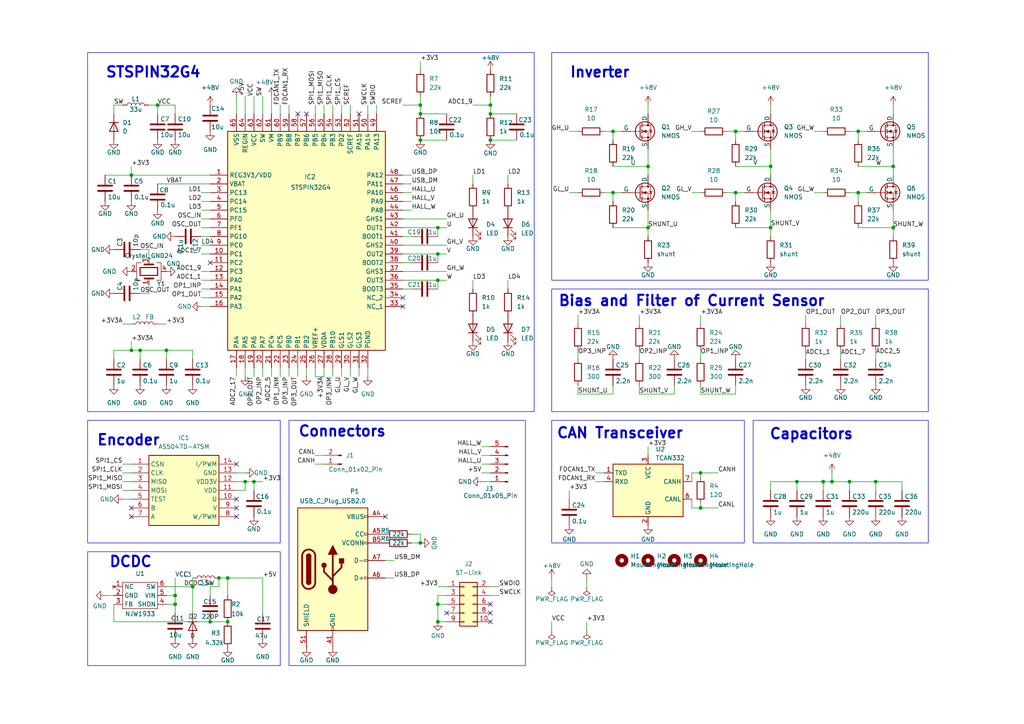
<source format=kicad_sch>
(kicad_sch (version 20230121) (generator eeschema)
  (paper "A4")
  (lib_symbols
    (symbol "Connector:Conn_01x02_Pin" (pin_names (offset 1.016) hide)
      (property "Reference" "J" (at 0 2.54 0))
      (property "Value" "Conn_01x02_Pin" (at 0 -5.08 0))
      (symbol "Conn_01x02_Pin_1_1"
        (pin passive line (at 5.08 0 180) (length 3.81) (name "Pin_1") (number "1"))
        (pin passive line (at 5.08 -2.54 180) (length 3.81) (name "Pin_2") (number "2"))
      )
    )
    (symbol "Connector:Conn_01x05_Pin" (pin_names (offset 1.016) hide)
      (property "Reference" "J" (at 0 7.62 0))
      (property "Value" "Conn_01x05_Pin" (at 0 -7.62 0))
      (symbol "Conn_01x05_Pin_1_1"
        (pin passive line (at 5.08 5.08 180) (length 3.81) (name "Pin_1") (number "1"))
        (pin passive line (at 5.08 2.54 180) (length 3.81) (name "Pin_2") (number "2"))
        (pin passive line (at 5.08 0 180) (length 3.81) (name "Pin_3") (number "3"))
        (pin passive line (at 5.08 -2.54 180) (length 3.81) (name "Pin_4") (number "4"))
        (pin passive line (at 5.08 -5.08 180) (length 3.81) (name "Pin_5") (number "5"))
      )
    )
    (symbol "Connector:USB_C_Plug_USB2.0" (pin_names (offset 1.016))
      (property "Reference" "P" (at -10.16 19.05 0))
      (property "Value" "USB_C_Plug_USB2.0" (at 12.7 19.05 0))
      (symbol "USB_C_Plug_USB2.0_1_1"
        (pin passive line (at 0 -22.86 90) (length 5.08) (name "GND") (number "A1"))
        (pin passive line (at 0 -22.86 90) (length 5.08) hide (name "GND") (number "A12"))
        (pin passive line (at 15.24 15.24 180) (length 5.08) (name "VBUS") (number "A4"))
        (pin bidirectional line (at 15.24 10.16 180) (length 5.08) (name "CC") (number "A5"))
        (pin bidirectional line (at 15.24 -2.54 180) (length 5.08) (name "D+") (number "A6"))
        (pin bidirectional line (at 15.24 2.54 180) (length 5.08) (name "D-") (number "A7"))
        (pin passive line (at 15.24 15.24 180) (length 5.08) hide (name "VBUS") (number "A9"))
        (pin passive line (at 0 -22.86 90) (length 5.08) hide (name "GND") (number "B1"))
        (pin passive line (at 0 -22.86 90) (length 5.08) hide (name "GND") (number "B12"))
        (pin passive line (at 15.24 15.24 180) (length 5.08) hide (name "VBUS") (number "B4"))
        (pin bidirectional line (at 15.24 7.62 180) (length 5.08) (name "VCONN") (number "B5"))
        (pin passive line (at 15.24 15.24 180) (length 5.08) hide (name "VBUS") (number "B9"))
        (pin passive line (at -7.62 -22.86 90) (length 5.08) (name "SHIELD") (number "S1"))
      )
    )
    (symbol "Connector_Generic:Conn_02x05_Odd_Even" (pin_names (offset 1.016) hide)
      (property "Reference" "J" (at 1.27 7.62 0))
      (property "Value" "Conn_02x05_Odd_Even" (at 1.27 -7.62 0))
      (symbol "Conn_02x05_Odd_Even_1_1"
        (pin passive line (at -5.08 5.08 0) (length 3.81) (name "Pin_1") (number "1"))
        (pin passive line (at 7.62 -5.08 180) (length 3.81) (name "Pin_10") (number "10"))
        (pin passive line (at 7.62 5.08 180) (length 3.81) (name "Pin_2") (number "2"))
        (pin passive line (at -5.08 2.54 0) (length 3.81) (name "Pin_3") (number "3"))
        (pin passive line (at 7.62 2.54 180) (length 3.81) (name "Pin_4") (number "4"))
        (pin passive line (at -5.08 0 0) (length 3.81) (name "Pin_5") (number "5"))
        (pin passive line (at 7.62 0 180) (length 3.81) (name "Pin_6") (number "6"))
        (pin passive line (at -5.08 -2.54 0) (length 3.81) (name "Pin_7") (number "7"))
        (pin passive line (at 7.62 -2.54 180) (length 3.81) (name "Pin_8") (number "8"))
        (pin passive line (at -5.08 -5.08 0) (length 3.81) (name "Pin_9") (number "9"))
      )
    )
    (symbol "Device:C" (pin_numbers hide) (pin_names (offset 0.254))
      (property "Reference" "C" (at 0.635 2.54 0))
      (property "Value" "C" (at 0.635 -2.54 0))
      (symbol "C_1_1"
        (pin passive line (at 0 3.81 270) (length 2.794) (name "~") (number "1"))
        (pin passive line (at 0 -3.81 90) (length 2.794) (name "~") (number "2"))
      )
    )
    (symbol "Device:Crystal_GND24" (pin_names (offset 1.016) hide)
      (property "Reference" "Y" (at 3.175 5.08 0))
      (property "Value" "Crystal_GND24" (at 3.175 3.175 0))
      (symbol "Crystal_GND24_1_1"
        (pin passive line (at -3.81 0 0) (length 1.27) (name "1") (number "1"))
        (pin passive line (at 0 5.08 270) (length 1.27) (name "2") (number "2"))
        (pin passive line (at 3.81 0 180) (length 1.27) (name "3") (number "3"))
        (pin passive line (at 0 -5.08 90) (length 1.27) (name "4") (number "4"))
      )
    )
    (symbol "Device:D" (pin_numbers hide) (pin_names (offset 1.016) hide)
      (property "Reference" "D" (at 0 2.54 0))
      (property "Value" "D" (at 0 -2.54 0))
      (symbol "D_1_1"
        (pin passive line (at -3.81 0 0) (length 2.54) (name "K") (number "1"))
        (pin passive line (at 3.81 0 180) (length 2.54) (name "A") (number "2"))
      )
    )
    (symbol "Device:L" (pin_numbers hide) (pin_names (offset 1.016) hide)
      (property "Reference" "L" (at -1.27 0 90))
      (property "Value" "L" (at 1.905 0 90))
      (symbol "L_1_1"
        (pin passive line (at 0 3.81 270) (length 1.27) (name "1") (number "1"))
        (pin passive line (at 0 -3.81 90) (length 1.27) (name "2") (number "2"))
      )
    )
    (symbol "Device:LED" (pin_numbers hide) (pin_names (offset 1.016) hide)
      (property "Reference" "D" (at 0 2.54 0))
      (property "Value" "LED" (at 0 -2.54 0))
      (symbol "LED_1_1"
        (pin passive line (at -3.81 0 0) (length 2.54) (name "K") (number "1"))
        (pin passive line (at 3.81 0 180) (length 2.54) (name "A") (number "2"))
      )
    )
    (symbol "Device:R" (pin_numbers hide) (pin_names (offset 0))
      (property "Reference" "R" (at 2.032 0 90))
      (property "Value" "R" (at 0 0 90))
      (symbol "R_1_1"
        (pin passive line (at 0 3.81 270) (length 1.27) (name "~") (number "1"))
        (pin passive line (at 0 -3.81 90) (length 1.27) (name "~") (number "2"))
      )
    )
    (symbol "Interface_CAN_LIN:TCAN332"
      (property "Reference" "U" (at -10.16 8.89 0))
      (property "Value" "TCAN332" (at 2.54 8.89 0))
      (symbol "TCAN332_1_1"
        (pin input line (at -12.7 5.08 0) (length 2.54) (name "TXD") (number "1"))
        (pin power_in line (at 0 -10.16 90) (length 2.54) (name "GND") (number "2"))
        (pin power_in line (at 0 10.16 270) (length 2.54) (name "VCC") (number "3"))
        (pin tri_state line (at -12.7 2.54 0) (length 2.54) (name "RXD") (number "4"))
        (pin no_connect line (at -10.16 -2.54 0) (length 2.54) hide (name "NC") (number "5"))
        (pin bidirectional line (at 12.7 -2.54 180) (length 2.54) (name "CANL") (number "6"))
        (pin bidirectional line (at 12.7 2.54 180) (length 2.54) (name "CANH") (number "7"))
        (pin no_connect line (at -10.16 -5.08 0) (length 2.54) hide (name "NC") (number "8"))
      )
    )
    (symbol "Mechanical:MountingHole" (pin_names (offset 1.016))
      (property "Reference" "H" (at 0 5.08 0))
      (property "Value" "MountingHole" (at 0 3.175 0))
    )
    (symbol "Simulation_SPICE:NMOS" (pin_numbers hide) (pin_names (offset 0))
      (property "Reference" "Q" (at 5.08 1.27 0))
      (property "Value" "NMOS" (at 5.08 -1.27 0))
      (symbol "NMOS_1_1"
        (pin passive line (at 2.54 5.08 270) (length 2.54) (name "D") (number "1"))
        (pin input line (at -5.08 0 0) (length 2.54) (name "G") (number "2"))
        (pin passive line (at 2.54 -5.08 90) (length 2.54) (name "S") (number "3"))
      )
    )
    (symbol "as5047:AS5047D-ATSM"
      (property "Reference" "IC" (at 26.67 7.62 0))
      (property "Value" "AS5047D-ATSM" (at 26.67 5.08 0))
      (symbol "AS5047D-ATSM_1_1"
        (pin passive line (at 0 0 0) (length 5.08) (name "CSN") (number "1"))
        (pin passive line (at 30.48 -10.16 180) (length 5.08) (name "U") (number "10"))
        (pin passive line (at 30.48 -7.62 180) (length 5.08) (name "VDD") (number "11"))
        (pin passive line (at 30.48 -5.08 180) (length 5.08) (name "VDD3V") (number "12"))
        (pin passive line (at 30.48 -2.54 180) (length 5.08) (name "GND") (number "13"))
        (pin passive line (at 30.48 0 180) (length 5.08) (name "I/PWM") (number "14"))
        (pin passive line (at 0 -2.54 0) (length 5.08) (name "CLK") (number "2"))
        (pin passive line (at 0 -5.08 0) (length 5.08) (name "MISO") (number "3"))
        (pin passive line (at 0 -7.62 0) (length 5.08) (name "MOSI") (number "4"))
        (pin passive line (at 0 -10.16 0) (length 5.08) (name "TEST") (number "5"))
        (pin passive line (at 0 -12.7 0) (length 5.08) (name "B") (number "6"))
        (pin passive line (at 0 -15.24 0) (length 5.08) (name "A") (number "7"))
        (pin passive line (at 30.48 -15.24 180) (length 5.08) (name "W/PWM") (number "8"))
        (pin passive line (at 30.48 -12.7 180) (length 5.08) (name "V") (number "9"))
      )
    )
    (symbol "power:+48V" (power) (pin_names (offset 0))
      (property "Value" "+48V" (at 0 3.556 0))
      (symbol "+48V_1_1"
        (pin power_in line (at 0 0 90) (length 0) hide (name "+48V") (number "1"))
      )
    )
    (symbol "power:GND" (power) (pin_names (offset 0))
      (property "Value" "GND" (at 0 -3.81 0))
      (symbol "GND_1_1"
        (pin power_in line (at 0 0 270) (length 0) hide (name "GND") (number "1"))
      )
    )
    (symbol "power:PWR_FLAG" (power) (pin_numbers hide) (pin_names (offset 0) hide)
      (property "Value" "PWR_FLAG" (at 0 3.81 0))
      (symbol "PWR_FLAG_0_0"
        (pin power_out line (at 0 0 90) (length 0) (name "pwr") (number "1"))
      )
    )
    (symbol "sam:NJW1933"
      (property "Reference" "U" (at 0 5.08 0))
      (symbol "NJW1933_1_1"
        (pin no_connect line (at -7.62 2.54 0) (length 2.54) (name "NC") (number "1"))
        (pin power_in line (at -7.62 0 0) (length 2.54) (name "GND") (number "2"))
        (pin input line (at -7.62 -2.54 0) (length 2.54) (name "FB") (number "3"))
        (pin input line (at 7.62 -2.54 180) (length 2.54) (name "SHDN") (number "4"))
        (pin power_in line (at 7.62 0 180) (length 2.54) (name "VIN") (number "5"))
        (pin output line (at 7.62 2.54 180) (length 2.54) (name "SW") (number "6"))
      )
    )
    (symbol "stspin32g4:STSPIN32G4"
      (property "Reference" "IC" (at 52.07 17.78 0))
      (property "Value" "STSPIN32G4" (at 52.07 15.24 0))
      (symbol "STSPIN32G4_1_1"
        (pin passive line (at 0 0 0) (length 5.08) (name "REG3V3/VDD") (number "1"))
        (pin passive line (at 0 -22.86 0) (length 5.08) (name "PC1") (number "10"))
        (pin passive line (at 0 -25.4 0) (length 5.08) (name "PC2") (number "11"))
        (pin passive line (at 0 -27.94 0) (length 5.08) (name "PC3") (number "12"))
        (pin passive line (at 0 -30.48 0) (length 5.08) (name "PA0") (number "13"))
        (pin passive line (at 0 -33.02 0) (length 5.08) (name "PA1") (number "14"))
        (pin passive line (at 0 -35.56 0) (length 5.08) (name "PA2") (number "15"))
        (pin passive line (at 0 -38.1 0) (length 5.08) (name "PA3") (number "16"))
        (pin passive line (at 7.62 -55.88 90) (length 5.08) (name "PA4") (number "17"))
        (pin passive line (at 10.16 -55.88 90) (length 5.08) (name "PA5") (number "18"))
        (pin passive line (at 12.7 -55.88 90) (length 5.08) (name "PA6") (number "19"))
        (pin passive line (at 0 -2.54 0) (length 5.08) (name "VBAT") (number "2"))
        (pin passive line (at 15.24 -55.88 90) (length 5.08) (name "PA7") (number "20"))
        (pin passive line (at 17.78 -55.88 90) (length 5.08) (name "PC4") (number "21"))
        (pin passive line (at 20.32 -55.88 90) (length 5.08) (name "PC5") (number "22"))
        (pin passive line (at 22.86 -55.88 90) (length 5.08) (name "PB0") (number "23"))
        (pin passive line (at 25.4 -55.88 90) (length 5.08) (name "PB1") (number "24"))
        (pin passive line (at 27.94 -55.88 90) (length 5.08) (name "PB2") (number "25"))
        (pin passive line (at 30.48 -55.88 90) (length 5.08) (name "VREF+") (number "26"))
        (pin passive line (at 33.02 -55.88 90) (length 5.08) (name "VDDA") (number "27"))
        (pin passive line (at 35.56 -55.88 90) (length 5.08) (name "PB10") (number "28"))
        (pin passive line (at 38.1 -55.88 90) (length 5.08) (name "GLS1") (number "29"))
        (pin passive line (at 0 -5.08 0) (length 5.08) (name "PC13") (number "3"))
        (pin passive line (at 40.64 -55.88 90) (length 5.08) (name "GLS2") (number "30"))
        (pin passive line (at 43.18 -55.88 90) (length 5.08) (name "GLS3") (number "31"))
        (pin passive line (at 45.72 -55.88 90) (length 5.08) (name "PGND") (number "32"))
        (pin passive line (at 55.88 -38.1 180) (length 5.08) (name "NC_1") (number "33"))
        (pin passive line (at 55.88 -35.56 180) (length 5.08) (name "NC_2") (number "34"))
        (pin passive line (at 55.88 -33.02 180) (length 5.08) (name "BOOT3") (number "35"))
        (pin passive line (at 55.88 -30.48 180) (length 5.08) (name "OUT3") (number "36"))
        (pin passive line (at 55.88 -27.94 180) (length 5.08) (name "GHS3") (number "37"))
        (pin passive line (at 55.88 -25.4 180) (length 5.08) (name "BOOT2") (number "38"))
        (pin passive line (at 55.88 -22.86 180) (length 5.08) (name "OUT2") (number "39"))
        (pin passive line (at 0 -7.62 0) (length 5.08) (name "PC14") (number "4"))
        (pin passive line (at 55.88 -20.32 180) (length 5.08) (name "GHS2") (number "40"))
        (pin passive line (at 55.88 -17.78 180) (length 5.08) (name "BOOT1") (number "41"))
        (pin passive line (at 55.88 -15.24 180) (length 5.08) (name "OUT1") (number "42"))
        (pin passive line (at 55.88 -12.7 180) (length 5.08) (name "GHS1") (number "43"))
        (pin passive line (at 55.88 -10.16 180) (length 5.08) (name "PA8") (number "44"))
        (pin passive line (at 55.88 -7.62 180) (length 5.08) (name "PA9") (number "45"))
        (pin passive line (at 55.88 -5.08 180) (length 5.08) (name "PA10") (number "46"))
        (pin passive line (at 55.88 -2.54 180) (length 5.08) (name "PA11") (number "47"))
        (pin passive line (at 55.88 0 180) (length 5.08) (name "PA12") (number "48"))
        (pin passive line (at 48.26 17.78 270) (length 5.08) (name "PA13") (number "49"))
        (pin passive line (at 0 -10.16 0) (length 5.08) (name "PC15") (number "5"))
        (pin passive line (at 45.72 17.78 270) (length 5.08) (name "PA14") (number "50"))
        (pin passive line (at 43.18 17.78 270) (length 5.08) (name "PA15") (number "51"))
        (pin passive line (at 40.64 17.78 270) (length 5.08) (name "SCREF") (number "52"))
        (pin passive line (at 38.1 17.78 270) (length 5.08) (name "PD2") (number "53"))
        (pin passive line (at 35.56 17.78 270) (length 5.08) (name "PB3") (number "54"))
        (pin passive line (at 33.02 17.78 270) (length 5.08) (name "PB4") (number "55"))
        (pin passive line (at 30.48 17.78 270) (length 5.08) (name "PB5") (number "56"))
        (pin passive line (at 27.94 17.78 270) (length 5.08) (name "PB6") (number "57"))
        (pin passive line (at 25.4 17.78 270) (length 5.08) (name "PB7") (number "58"))
        (pin passive line (at 22.86 17.78 270) (length 5.08) (name "PB8") (number "59"))
        (pin passive line (at 0 -12.7 0) (length 5.08) (name "PF0") (number "6"))
        (pin passive line (at 20.32 17.78 270) (length 5.08) (name "PB9") (number "60"))
        (pin passive line (at 17.78 17.78 270) (length 5.08) (name "VM") (number "61"))
        (pin passive line (at 15.24 17.78 270) (length 5.08) (name "SW") (number "62"))
        (pin passive line (at 12.7 17.78 270) (length 5.08) (name "VCC") (number "63"))
        (pin passive line (at 10.16 17.78 270) (length 5.08) (name "REGIN") (number "64"))
        (pin passive line (at 7.62 17.78 270) (length 5.08) (name "VSS") (number "65"))
        (pin passive line (at 0 -15.24 0) (length 5.08) (name "PF1") (number "7"))
        (pin passive line (at 0 -17.78 0) (length 5.08) (name "PG10") (number "8"))
        (pin passive line (at 0 -20.32 0) (length 5.08) (name "PC0") (number "9"))
      )
    )
  )
  (junction (at 231.14 139.7))
  (junction (at 121.92 157.48))
  (junction (at 63.5 167.64))
  (junction (at 127 66.04))
  (junction (at 254 139.7))
  (junction (at 223.52 66.04))
  (junction (at 248.92 55.88))
  (junction (at 142.24 30.48))
  (junction (at 38.1 50.8))
  (junction (at 45.72 30.48))
  (junction (at 50.8 175.26))
  (junction (at 259.08 66.04))
  (junction (at 187.96 48.26))
  (junction (at 142.24 33.02))
  (junction (at 71.12 139.7))
  (junction (at 66.04 180.34))
  (junction (at 213.36 55.88))
  (junction (at 73.66 139.7))
  (junction (at 48.26 101.6))
  (junction (at 187.96 66.04))
  (junction (at 127 180.34))
  (junction (at 213.36 38.1))
  (junction (at 121.92 40.64))
  (junction (at 259.08 48.26))
  (junction (at 223.52 48.26))
  (junction (at 50.8 172.72))
  (junction (at 66.04 167.64))
  (junction (at 40.64 101.6))
  (junction (at 246.38 139.7))
  (junction (at 177.8 38.1))
  (junction (at 203.2 137.16))
  (junction (at 142.24 40.64))
  (junction (at 60.96 180.34))
  (junction (at 127 175.26))
  (junction (at 241.3 139.7))
  (junction (at 203.2 147.32))
  (junction (at 127 73.66))
  (junction (at 55.88 170.18))
  (junction (at 121.92 30.48))
  (junction (at 121.92 33.02))
  (junction (at 238.76 139.7))
  (junction (at 248.92 38.1))
  (junction (at 38.1 101.6))
  (junction (at 177.8 55.88))
  (junction (at 127 81.28))
  (no_connect (at 60.96 76.2))
  (no_connect (at 142.24 177.8))
  (no_connect (at 142.24 180.34))
  (no_connect (at 86.36 33.02))
  (no_connect (at 104.14 33.02))
  (no_connect (at 38.1 147.32))
  (no_connect (at 129.54 177.8))
  (no_connect (at 68.58 149.86))
  (no_connect (at 142.24 175.26))
  (no_connect (at 68.58 147.32))
  (no_connect (at 68.58 144.78))
  (no_connect (at 116.84 88.9))
  (no_connect (at 88.9 33.02))
  (no_connect (at 116.84 86.36))
  (no_connect (at 68.58 134.62))
  (no_connect (at 111.76 149.86))
  (no_connect (at 38.1 149.86))
  (wire (pts (xy 38.1 50.8) (xy 60.96 50.8)))
  (wire (pts (xy 43.18 82.55) (xy 43.18 85.09)))
  (wire (pts (xy 43.18 72.39) (xy 43.18 74.93)))
  (wire (pts (xy 203.2 111.76) (xy 203.2 114.3)))
  (wire (pts (xy 203.2 147.32) (xy 208.28 147.32)))
  (wire (pts (xy 142.24 172.72) (xy 144.78 172.72)))
  (wire (pts (xy 243.84 101.6) (xy 243.84 104.14)))
  (wire (pts (xy 231.14 139.7) (xy 231.14 142.24)))
  (wire (pts (xy 259.08 43.18) (xy 259.08 48.26)))
  (wire (pts (xy 185.42 101.6) (xy 185.42 104.14)))
  (wire (pts (xy 210.82 38.1) (xy 213.36 38.1)))
  (wire (pts (xy 116.84 60.96) (xy 119.38 60.96)))
  (wire (pts (xy 223.52 30.48) (xy 223.52 33.02)))
  (wire (pts (xy 58.42 66.04) (xy 60.96 66.04)))
  (wire (pts (xy 127 170.18) (xy 129.54 170.18)))
  (wire (pts (xy 101.6 30.48) (xy 101.6 33.02)))
  (wire (pts (xy 254 139.7) (xy 254 142.24)))
  (wire (pts (xy 88.9 106.68) (xy 88.9 109.22)))
  (wire (pts (xy 187.96 48.26) (xy 187.96 50.8)))
  (wire (pts (xy 246.38 38.1) (xy 248.92 38.1)))
  (wire (pts (xy 33.02 30.48) (xy 35.56 30.48)))
  (wire (pts (xy 172.72 137.16) (xy 175.26 137.16)))
  (wire (pts (xy 58.42 86.36) (xy 60.96 86.36)))
  (wire (pts (xy 68.58 106.68) (xy 68.58 109.22)))
  (wire (pts (xy 73.66 106.68) (xy 73.66 109.22)))
  (wire (pts (xy 63.5 170.18) (xy 63.5 167.64)))
  (wire (pts (xy 116.84 76.2) (xy 119.38 76.2)))
  (wire (pts (xy 40.64 101.6) (xy 40.64 104.14)))
  (wire (pts (xy 261.62 139.7) (xy 261.62 142.24)))
  (wire (pts (xy 147.32 81.28) (xy 147.32 83.82)))
  (wire (pts (xy 81.28 106.68) (xy 81.28 109.22)))
  (wire (pts (xy 58.42 71.12) (xy 60.96 71.12)))
  (wire (pts (xy 48.26 101.6) (xy 55.88 101.6)))
  (wire (pts (xy 127 175.26) (xy 129.54 175.26)))
  (wire (pts (xy 129.54 172.72) (xy 127 172.72)))
  (wire (pts (xy 121.92 154.94) (xy 119.38 154.94)))
  (wire (pts (xy 81.28 30.48) (xy 81.28 33.02)))
  (wire (pts (xy 127 66.04) (xy 129.54 66.04)))
  (wire (pts (xy 45.72 30.48) (xy 45.72 33.02)))
  (wire (pts (xy 213.36 38.1) (xy 213.36 40.64)))
  (wire (pts (xy 172.72 139.7) (xy 175.26 139.7)))
  (wire (pts (xy 243.84 91.44) (xy 243.84 93.98)))
  (wire (pts (xy 38.1 101.6) (xy 40.64 101.6)))
  (wire (pts (xy 195.58 111.76) (xy 195.58 114.3)))
  (wire (pts (xy 142.24 40.64) (xy 149.86 40.64)))
  (wire (pts (xy 121.92 33.02) (xy 129.54 33.02)))
  (wire (pts (xy 259.08 66.04) (xy 259.08 68.58)))
  (wire (pts (xy 248.92 55.88) (xy 248.92 58.42)))
  (wire (pts (xy 71.12 33.02) (xy 71.12 27.94)))
  (wire (pts (xy 121.92 40.64) (xy 129.54 40.64)))
  (wire (pts (xy 96.52 106.68) (xy 96.52 109.22)))
  (wire (pts (xy 116.84 66.04) (xy 127 66.04)))
  (wire (pts (xy 203.2 137.16) (xy 208.28 137.16)))
  (wire (pts (xy 165.1 142.24) (xy 165.1 144.78)))
  (wire (pts (xy 259.08 30.48) (xy 259.08 33.02)))
  (wire (pts (xy 78.74 106.68) (xy 78.74 109.22)))
  (wire (pts (xy 236.22 55.88) (xy 238.76 55.88)))
  (wire (pts (xy 213.36 48.26) (xy 223.52 48.26)))
  (wire (pts (xy 60.96 172.72) (xy 60.96 170.18)))
  (wire (pts (xy 55.88 167.64) (xy 55.88 170.18)))
  (wire (pts (xy 45.72 93.98) (xy 48.26 93.98)))
  (wire (pts (xy 170.18 180.34) (xy 170.18 182.88)))
  (wire (pts (xy 43.18 85.09) (xy 40.64 85.09)))
  (wire (pts (xy 99.06 30.48) (xy 99.06 33.02)))
  (wire (pts (xy 99.06 106.68) (xy 99.06 109.22)))
  (wire (pts (xy 91.44 109.22) (xy 93.98 109.22)))
  (wire (pts (xy 58.42 73.66) (xy 60.96 73.66)))
  (wire (pts (xy 259.08 60.96) (xy 259.08 66.04)))
  (wire (pts (xy 83.82 106.68) (xy 83.82 109.22)))
  (wire (pts (xy 35.56 142.24) (xy 38.1 142.24)))
  (wire (pts (xy 58.42 88.9) (xy 60.96 88.9)))
  (wire (pts (xy 233.68 91.44) (xy 233.68 93.98)))
  (wire (pts (xy 116.84 68.58) (xy 119.38 68.58)))
  (wire (pts (xy 40.64 101.6) (xy 48.26 101.6)))
  (wire (pts (xy 71.12 106.68) (xy 71.12 109.22)))
  (wire (pts (xy 33.02 30.48) (xy 33.02 33.02)))
  (wire (pts (xy 35.56 137.16) (xy 38.1 137.16)))
  (wire (pts (xy 109.22 30.48) (xy 109.22 33.02)))
  (wire (pts (xy 177.8 55.88) (xy 180.34 55.88)))
  (wire (pts (xy 116.84 81.28) (xy 127 81.28)))
  (wire (pts (xy 241.3 137.16) (xy 241.3 139.7)))
  (wire (pts (xy 200.66 144.78) (xy 200.66 147.32)))
  (wire (pts (xy 246.38 139.7) (xy 246.38 142.24)))
  (wire (pts (xy 246.38 55.88) (xy 248.92 55.88)))
  (wire (pts (xy 203.2 91.44) (xy 203.2 93.98)))
  (wire (pts (xy 231.14 139.7) (xy 238.76 139.7)))
  (wire (pts (xy 185.42 111.76) (xy 185.42 114.3)))
  (wire (pts (xy 127 73.66) (xy 127 76.2)))
  (wire (pts (xy 177.8 66.04) (xy 187.96 66.04)))
  (wire (pts (xy 58.42 55.88) (xy 60.96 55.88)))
  (wire (pts (xy 83.82 30.48) (xy 83.82 33.02)))
  (wire (pts (xy 187.96 129.54) (xy 187.96 132.08)))
  (wire (pts (xy 223.52 66.04) (xy 223.52 68.58)))
  (wire (pts (xy 30.48 50.8) (xy 38.1 50.8)))
  (wire (pts (xy 50.8 167.64) (xy 50.8 172.72)))
  (wire (pts (xy 170.18 167.64) (xy 170.18 170.18)))
  (wire (pts (xy 139.7 137.16) (xy 142.24 137.16)))
  (wire (pts (xy 63.5 167.64) (xy 66.04 167.64)))
  (wire (pts (xy 50.8 175.26) (xy 50.8 177.8)))
  (wire (pts (xy 248.92 48.26) (xy 259.08 48.26)))
  (wire (pts (xy 104.14 106.68) (xy 104.14 109.22)))
  (wire (pts (xy 38.1 48.26) (xy 38.1 50.8)))
  (wire (pts (xy 200.66 137.16) (xy 203.2 137.16)))
  (wire (pts (xy 139.7 134.62) (xy 142.24 134.62)))
  (wire (pts (xy 187.96 66.04) (xy 187.96 68.58)))
  (wire (pts (xy 68.58 27.94) (xy 68.58 33.02)))
  (wire (pts (xy 167.64 91.44) (xy 167.64 93.98)))
  (wire (pts (xy 233.68 101.6) (xy 233.68 104.14)))
  (wire (pts (xy 48.26 101.6) (xy 48.26 104.14)))
  (wire (pts (xy 91.44 132.08) (xy 93.98 132.08)))
  (wire (pts (xy 223.52 60.96) (xy 223.52 66.04)))
  (wire (pts (xy 167.64 111.76) (xy 167.64 114.3)))
  (wire (pts (xy 33.02 180.34) (xy 60.96 180.34)))
  (wire (pts (xy 147.32 50.8) (xy 147.32 53.34)))
  (wire (pts (xy 73.66 27.94) (xy 73.66 33.02)))
  (wire (pts (xy 68.58 137.16) (xy 71.12 137.16)))
  (wire (pts (xy 93.98 106.68) (xy 93.98 109.22)))
  (wire (pts (xy 248.92 55.88) (xy 251.46 55.88)))
  (wire (pts (xy 60.96 180.34) (xy 66.04 180.34)))
  (wire (pts (xy 35.56 93.98) (xy 38.1 93.98)))
  (wire (pts (xy 73.66 139.7) (xy 76.2 139.7)))
  (wire (pts (xy 116.84 63.5) (xy 129.54 63.5)))
  (wire (pts (xy 127 73.66) (xy 129.54 73.66)))
  (wire (pts (xy 121.92 17.78) (xy 121.92 20.32)))
  (wire (pts (xy 38.1 99.06) (xy 38.1 101.6)))
  (wire (pts (xy 60.96 170.18) (xy 63.5 170.18)))
  (wire (pts (xy 223.52 43.18) (xy 223.52 48.26)))
  (wire (pts (xy 48.26 175.26) (xy 50.8 175.26)))
  (wire (pts (xy 177.8 48.26) (xy 187.96 48.26)))
  (wire (pts (xy 137.16 50.8) (xy 137.16 53.34)))
  (wire (pts (xy 203.2 137.16) (xy 203.2 138.43)))
  (wire (pts (xy 76.2 106.68) (xy 76.2 109.22)))
  (wire (pts (xy 58.42 81.28) (xy 60.96 81.28)))
  (wire (pts (xy 106.68 30.48) (xy 106.68 33.02)))
  (wire (pts (xy 127 175.26) (xy 127 180.34)))
  (wire (pts (xy 106.68 106.68) (xy 106.68 109.22)))
  (wire (pts (xy 91.44 106.68) (xy 91.44 109.22)))
  (wire (pts (xy 142.24 170.18) (xy 144.78 170.18)))
  (wire (pts (xy 213.36 66.04) (xy 223.52 66.04)))
  (wire (pts (xy 187.96 60.96) (xy 187.96 66.04)))
  (wire (pts (xy 139.7 132.08) (xy 142.24 132.08)))
  (wire (pts (xy 223.52 48.26) (xy 223.52 50.8)))
  (wire (pts (xy 111.76 167.64) (xy 114.3 167.64)))
  (wire (pts (xy 175.26 38.1) (xy 177.8 38.1)))
  (wire (pts (xy 45.72 53.34) (xy 60.96 53.34)))
  (wire (pts (xy 71.12 139.7) (xy 73.66 139.7)))
  (wire (pts (xy 71.12 139.7) (xy 71.12 142.24)))
  (wire (pts (xy 91.44 30.48) (xy 91.44 33.02)))
  (wire (pts (xy 58.42 63.5) (xy 60.96 63.5)))
  (wire (pts (xy 223.52 139.7) (xy 231.14 139.7)))
  (wire (pts (xy 142.24 27.94) (xy 142.24 30.48)))
  (wire (pts (xy 121.92 27.94) (xy 121.92 30.48)))
  (wire (pts (xy 165.1 38.1) (xy 167.64 38.1)))
  (wire (pts (xy 177.8 111.76) (xy 177.8 114.3)))
  (wire (pts (xy 254 101.6) (xy 254 104.14)))
  (wire (pts (xy 43.18 30.48) (xy 45.72 30.48)))
  (wire (pts (xy 45.72 30.48) (xy 50.8 30.48)))
  (wire (pts (xy 35.56 134.62) (xy 38.1 134.62)))
  (wire (pts (xy 142.24 33.02) (xy 149.86 33.02)))
  (wire (pts (xy 116.84 50.8) (xy 119.38 50.8)))
  (wire (pts (xy 48.26 172.72) (xy 50.8 172.72)))
  (wire (pts (xy 200.66 139.7) (xy 200.66 137.16)))
  (wire (pts (xy 116.84 73.66) (xy 127 73.66)))
  (wire (pts (xy 58.42 83.82) (xy 60.96 83.82)))
  (wire (pts (xy 66.04 172.72) (xy 66.04 167.64)))
  (wire (pts (xy 58.42 60.96) (xy 60.96 60.96)))
  (wire (pts (xy 119.38 157.48) (xy 121.92 157.48)))
  (wire (pts (xy 137.16 81.28) (xy 137.16 83.82)))
  (wire (pts (xy 137.16 30.48) (xy 142.24 30.48)))
  (wire (pts (xy 86.36 106.68) (xy 86.36 109.22)))
  (wire (pts (xy 213.36 111.76) (xy 213.36 114.3)))
  (wire (pts (xy 246.38 139.7) (xy 254 139.7)))
  (wire (pts (xy 58.42 68.58) (xy 60.96 68.58)))
  (wire (pts (xy 96.52 30.48) (xy 96.52 33.02)))
  (wire (pts (xy 254 139.7) (xy 261.62 139.7)))
  (wire (pts (xy 254 91.44) (xy 254 93.98)))
  (wire (pts (xy 116.84 30.48) (xy 121.92 30.48)))
  (wire (pts (xy 167.64 101.6) (xy 167.64 104.14)))
  (wire (pts (xy 142.24 30.48) (xy 142.24 33.02)))
  (wire (pts (xy 223.52 142.24) (xy 223.52 139.7)))
  (wire (pts (xy 127 172.72) (xy 127 175.26)))
  (wire (pts (xy 238.76 139.7) (xy 238.76 142.24)))
  (wire (pts (xy 78.74 27.94) (xy 78.74 33.02)))
  (wire (pts (xy 40.64 72.39) (xy 43.18 72.39)))
  (wire (pts (xy 116.84 78.74) (xy 129.54 78.74)))
  (wire (pts (xy 200.66 55.88) (xy 203.2 55.88)))
  (wire (pts (xy 116.84 71.12) (xy 129.54 71.12)))
  (wire (pts (xy 127 81.28) (xy 129.54 81.28)))
  (wire (pts (xy 50.8 172.72) (xy 50.8 175.26)))
  (wire (pts (xy 160.02 167.64) (xy 160.02 170.18)))
  (wire (pts (xy 175.26 55.88) (xy 177.8 55.88)))
  (wire (pts (xy 200.66 38.1) (xy 203.2 38.1)))
  (wire (pts (xy 116.84 58.42) (xy 119.38 58.42)))
  (wire (pts (xy 139.7 129.54) (xy 142.24 129.54)))
  (wire (pts (xy 200.66 147.32) (xy 203.2 147.32)))
  (wire (pts (xy 33.02 104.14) (xy 33.02 101.6)))
  (wire (pts (xy 76.2 27.94) (xy 76.2 33.02)))
  (wire (pts (xy 127 180.34) (xy 129.54 180.34)))
  (wire (pts (xy 116.84 53.34) (xy 119.38 53.34)))
  (wire (pts (xy 210.82 55.88) (xy 213.36 55.88)))
  (wire (pts (xy 93.98 30.48) (xy 93.98 33.02)))
  (wire (pts (xy 76.2 167.64) (xy 76.2 177.8)))
  (wire (pts (xy 238.76 139.7) (xy 241.3 139.7)))
  (wire (pts (xy 30.48 172.72) (xy 33.02 172.72)))
  (wire (pts (xy 160.02 180.34) (xy 160.02 182.88)))
  (wire (pts (xy 139.7 139.7) (xy 142.24 139.7)))
  (wire (pts (xy 213.36 55.88) (xy 215.9 55.88)))
  (wire (pts (xy 127 66.04) (xy 127 68.58)))
  (wire (pts (xy 185.42 91.44) (xy 185.42 93.98)))
  (wire (pts (xy 203.2 101.6) (xy 203.2 104.14)))
  (wire (pts (xy 58.42 78.74) (xy 60.96 78.74)))
  (wire (pts (xy 55.88 101.6) (xy 55.88 104.14)))
  (wire (pts (xy 33.02 101.6) (xy 38.1 101.6)))
  (wire (pts (xy 248.92 38.1) (xy 248.92 40.64)))
  (wire (pts (xy 58.42 58.42) (xy 60.96 58.42)))
  (wire (pts (xy 121.92 157.48) (xy 121.92 154.94)))
  (wire (pts (xy 33.02 175.26) (xy 33.02 180.34)))
  (wire (pts (xy 111.76 162.56) (xy 114.3 162.56)))
  (wire (pts (xy 203.2 114.3) (xy 213.36 114.3)))
  (wire (pts (xy 116.84 55.88) (xy 119.38 55.88)))
  (wire (pts (xy 203.2 146.05) (xy 203.2 147.32)))
  (wire (pts (xy 66.04 167.64) (xy 76.2 167.64)))
  (wire (pts (xy 185.42 114.3) (xy 195.58 114.3)))
  (wire (pts (xy 167.64 114.3) (xy 177.8 114.3)))
  (wire (pts (xy 73.66 139.7) (xy 73.66 142.24)))
  (wire (pts (xy 177.8 55.88) (xy 177.8 58.42)))
  (wire (pts (xy 165.1 55.88) (xy 167.64 55.88)))
  (wire (pts (xy 127 81.28) (xy 127 83.82)))
  (wire (pts (xy 177.8 38.1) (xy 177.8 40.64)))
  (wire (pts (xy 71.12 142.24) (xy 68.58 142.24)))
  (wire (pts (xy 187.96 30.48) (xy 187.96 33.02)))
  (wire (pts (xy 116.84 83.82) (xy 119.38 83.82)))
  (wire (pts (xy 68.58 139.7) (xy 71.12 139.7)))
  (wire (pts (xy 236.22 38.1) (xy 238.76 38.1)))
  (wire (pts (xy 248.92 66.04) (xy 259.08 66.04)))
  (wire (pts (xy 35.56 144.78) (xy 38.1 144.78)))
  (wire (pts (xy 241.3 139.7) (xy 246.38 139.7)))
  (wire (pts (xy 213.36 38.1) (xy 215.9 38.1)))
  (wire (pts (xy 213.36 55.88) (xy 213.36 58.42)))
  (wire (pts (xy 91.44 134.62) (xy 93.98 134.62)))
  (wire (pts (xy 101.6 106.68) (xy 101.6 109.22)))
  (wire (pts (xy 48.26 170.18) (xy 55.88 170.18)))
  (wire (pts (xy 187.96 43.18) (xy 187.96 48.26)))
  (wire (pts (xy 121.92 30.48) (xy 121.92 33.02)))
  (wire (pts (xy 35.56 139.7) (xy 38.1 139.7)))
  (wire (pts (xy 248.92 38.1) (xy 251.46 38.1)))
  (wire (pts (xy 50.8 33.02) (xy 50.8 30.48)))
  (wire (pts (xy 177.8 38.1) (xy 180.34 38.1)))
  (wire (pts (xy 55.88 170.18) (xy 55.88 177.8)))
  (wire (pts (xy 259.08 48.26) (xy 259.08 50.8)))
  (rectangle (start 160.02 15.24) (end 269.24 81.28))
  (rectangle (start 160.02 83.82) (end 269.24 119.38))
  (rectangle (start 83.82 121.92) (end 152.4 193.04))
  (rectangle (start 25.4 160.02) (end 81.28 193.04))
  (rectangle (start 218.44 121.92) (end 269.24 157.48))
  (rectangle (start 160.02 121.92) (end 215.9 157.48))
  (rectangle (start 25.4 121.92) (end 81.28 157.48))
  (rectangle (start 25.4 15.24) (end 154.94 119.38))
  (text "Inverter" (at 165.1 22.86 0) (effects (font (size 3 3) (thickness 0.6) bold) (justify left bottom)))
  (text "CAN Transceiver" (at 161.29 127.508 0) (effects (font (size 3 3) bold) (justify left bottom)))
  (text "Bias and Filter of Current Sensor" (at 161.798 89.154 0) (effects (font (size 3 3) (thickness 0.6) bold) (justify left bottom)))
  (text "STSPIN32G4" (at 30.48 22.86 0) (effects (font (size 3 3) (thickness 0.6) bold) (justify left bottom)))
  (text "DCDC" (at 31.496 164.846 0) (effects (font (size 3 3) bold) (justify left bottom)))
  (text "Encoder" (at 27.94 129.54 0) (effects (font (size 3 3) (thickness 0.6) bold) (justify left bottom)))
  (text "Connectors" (at 86.36 127 0) (effects (font (size 3 3) bold) (justify left bottom)))
  (text "Capacitors" (at 223.012 127.762 0) (effects (font (size 3 3) bold) (justify left bottom)))
  (label "OP1_OUT" (at 233.68 91.44 0))
  (label "+5V" (at 71.12 27.94 90))
  (label "SWCLK" (at 106.68 30.48 90))
  (label "SPI1_CS" (at 35.56 134.62 180))
  (label "U" (at 182.88 48.26 0))
  (label "SPI1_CLK" (at 35.56 137.16 180))
  (label "OP3_OUT" (at 86.36 109.22 270))
  (label "+3V3" (at 38.1 48.26 0))
  (label "LD1" (at 58.42 55.88 180))
  (label "+3V3A" (at 167.64 91.44 0))
  (label "HALL_W" (at 139.7 129.54 180))
  (label "ADC1_7" (at 58.42 73.66 180))
  (label "SHUNT_W" (at 203.2 114.3 0))
  (label "GL_W" (at 104.14 109.22 270))
  (label "USB_DM" (at 119.38 53.34 0))
  (label "OP3_INM" (at 96.52 109.22 270))
  (label "OP1_INM" (at 81.28 109.22 270))
  (label "SHUNT_V" (at 185.42 114.3 0))
  (label "+3V3" (at 187.96 129.54 0))
  (label "VCC" (at 50.8 167.64 0))
  (label "OP3_INP" (at 167.64 102.87 0))
  (label "ADC1_1" (at 58.42 81.28 180))
  (label "OP1_INP" (at 58.42 83.82 180))
  (label "FDCAN1_TX" (at 81.28 30.48 90))
  (label "GH_W" (at 129.54 78.74 0))
  (label "+3V3A" (at 35.56 93.98 180))
  (label "SHUNT_U" (at 167.64 114.3 0))
  (label "SHUNT_W" (at 259.08 66.04 0))
  (label "OP3_INP" (at 83.82 109.22 270))
  (label "GL_U" (at 165.1 55.88 180))
  (label "VCC" (at 73.66 27.94 90))
  (label "OP2_OUT" (at 73.66 109.22 270))
  (label "HALL_V" (at 119.38 58.42 0))
  (label "ADC2_17" (at 68.58 109.22 270))
  (label "+5V" (at 76.2 167.64 0))
  (label "LD2" (at 147.32 50.8 0))
  (label "+3V3A" (at 38.1 99.06 0))
  (label "V" (at 218.44 48.26 0))
  (label "HALL_U" (at 139.7 134.62 180))
  (label "GL_V" (at 101.6 109.22 270))
  (label "W" (at 254 48.26 0))
  (label "ADC2_5" (at 254 102.87 0))
  (label "SW" (at 76.2 27.94 90))
  (label "OSC_IN" (at 58.42 63.5 180))
  (label "GL_W" (at 236.22 55.88 180))
  (label "ADC1_1" (at 233.68 103.124 0))
  (label "CANH" (at 208.28 137.16 0))
  (label "HALL_W" (at 119.38 60.96 0))
  (label "ADC1_7" (at 243.84 103.124 0))
  (label "SPI1_CS" (at 99.06 30.48 90))
  (label "SWCLK" (at 144.78 172.72 0))
  (label "HALL_V" (at 139.7 132.08 180))
  (label "CANL" (at 208.28 147.32 0))
  (label "OP1_OUT" (at 58.42 86.36 180))
  (label "LD2" (at 58.42 58.42 180))
  (label "VCC" (at 160.02 180.34 0))
  (label "+3V3" (at 127 170.18 180))
  (label "GH_U" (at 165.1 38.1 180))
  (label "+3V3" (at 165.1 142.24 0))
  (label "ADC2_5" (at 78.74 109.22 270))
  (label "VCC" (at 45.72 30.48 0))
  (label "OP3_OUT" (at 254 91.44 0))
  (label "SPI1_MOSI" (at 35.56 142.24 180))
  (label "GH_W" (at 236.22 38.1 180))
  (label "OSC_OUT" (at 40.64 85.09 0))
  (label "VBAT" (at 48.26 53.34 0))
  (label "LD3" (at 58.42 60.96 180))
  (label "+3V3A" (at 203.2 91.44 0))
  (label "+5V" (at 139.7 137.16 180))
  (label "GH_V" (at 200.66 38.1 180))
  (label "FDCAN1_TX" (at 172.72 137.16 180))
  (label "GL_U" (at 99.06 109.22 270))
  (label "+3V3A" (at 93.98 109.22 270))
  (label "SCREF" (at 116.84 30.48 180))
  (label "+3V3" (at 170.18 180.34 0))
  (label "DCDC_SW" (at 53.34 170.18 0))
  (label "SHUNT_U" (at 187.96 66.04 0))
  (label "GH_V" (at 129.54 71.12 0))
  (label "V" (at 129.54 73.66 0))
  (label "USB_DP" (at 119.38 50.8 0))
  (label "W" (at 129.54 81.28 0))
  (label "OP2_INP" (at 185.42 102.87 0))
  (label "USB_DM" (at 114.3 162.56 0))
  (label "LD3" (at 137.16 81.28 0))
  (label "+3V3" (at 48.26 93.98 0))
  (label "OSC_IN" (at 40.64 72.39 0))
  (label "OSC_OUT" (at 58.42 66.04 180))
  (label "+3V3" (at 121.92 17.78 0))
  (label "SW" (at 33.02 30.48 0))
  (label "LD1" (at 137.16 50.8 0))
  (label "FDCAN1_RX" (at 83.82 30.48 90))
  (label "SWDIO" (at 144.78 170.18 0))
  (label "SCREF" (at 101.6 30.48 90))
  (label "SHUNT_V" (at 223.52 65.786 0))
  (label "SPI1_MOSI" (at 91.44 30.48 90))
  (label "OP2_INP" (at 76.2 109.22 270))
  (label "LD4" (at 147.32 81.28 0))
  (label "CANL" (at 91.44 132.08 180))
  (label "GL_V" (at 200.66 55.88 180))
  (label "SPI1_MISO" (at 93.98 30.48 90))
  (label "GH_U" (at 129.54 63.5 0))
  (label "SWDIO" (at 109.22 30.48 90))
  (label "LD4" (at 58.42 71.12 0))
  (label "FDCAN1_RX" (at 172.72 139.7 180))
  (label "HALL_U" (at 119.38 55.88 0))
  (label "ADC1_9" (at 137.16 30.48 180))
  (label "ADC1_9" (at 58.42 78.74 180))
  (label "CANH" (at 91.44 134.62 180))
  (label "OP1_INP" (at 203.2 102.87 0))
  (label "U" (at 129.54 66.04 0))
  (label "USB_DP" (at 114.3 167.64 0))
  (label "OP2_OUT" (at 243.84 91.44 0))
  (label "SPI1_MISO" (at 35.56 139.7 180))
  (label "SPI1_CLK" (at 96.52 30.48 90))
  (label "+3V3" (at 76.2 139.7 0))
  (label "+3V3A" (at 185.42 91.44 0))
  (symbol (lib_id "Device:R") (at 167.64 97.79 0) (unit 1)
    (property "Reference" "R15" (at 170.18 96.52 0) (effects (justify left)))
    (property "Value" "22k" (at 170.18 99.06 0) (effects (justify left)))
    (property "Footprint" "Resistor_SMD:R_0603_1608Metric_Pad0.98x0.95mm_HandSolder" (effects hide))
  )
  (symbol (lib_id "Device:R") (at 233.68 97.79 0) (unit 1)
    (property "Reference" "R32" (at 236.22 96.52 0) (effects (justify left)))
    (property "Value" "1k" (at 236.22 99.06 0) (effects (justify left)))
    (property "Footprint" "Resistor_SMD:R_0603_1608Metric_Pad0.98x0.95mm_HandSolder" (effects hide))
  )
  (symbol (lib_id "power:GND") (at 213.36 104.14 180) (unit 1)
    (property "Reference" "#PWR053" (effects hide))
    (property "Value" "GND" (at 213.36 100.584 0))
  )
  (symbol (lib_id "Device:C") (at 55.88 107.95 0) (unit 1)
    (property "Reference" "C13" (at 56.642 105.918 0) (effects (justify left)))
    (property "Value" "0.1u" (at 56.642 110.49 0) (effects (justify left)))
    (property "Footprint" "Capacitor_SMD:C_0603_1608Metric_Pad1.08x0.95mm_HandSolder" (effects hide))
  )
  (symbol (lib_id "power:GND") (at 50.8 68.58 270) (unit 1)
    (property "Reference" "#PWR016" (effects hide))
    (property "Value" "GND" (at 48.26 68.58 90) (effects (justify right)))
  )
  (symbol (lib_id "power:GND") (at 58.42 88.9 270) (unit 1)
    (property "Reference" "#PWR020" (effects hide))
    (property "Value" "GND" (at 55.626 88.9 90) (effects (justify right)))
  )
  (symbol (lib_id "Device:R") (at 203.2 97.79 0) (unit 1)
    (property "Reference" "R24" (at 205.74 96.52 0) (effects (justify left)))
    (property "Value" "22k" (at 205.74 99.06 0) (effects (justify left)))
    (property "Footprint" "Resistor_SMD:R_0603_1608Metric_Pad0.98x0.95mm_HandSolder" (effects hide))
  )
  (symbol (lib_id "Mechanical:MountingHole") (at 187.96 162.56 0) (unit 1)
    (property "Reference" "H2" (at 190.5 161.29 0) (effects (justify left)))
    (property "Value" "MountingHole" (at 190.5 163.83 0) (effects (justify left)))
    (property "Footprint" "MountingHole:MountingHole_3.2mm_M3" (effects hide))
  )
  (symbol (lib_id "power:GND") (at 33.02 111.76 0) (unit 1)
    (property "Reference" "#PWR06" (effects hide))
    (property "Value" "GND" (at 33.02 116.84 0))
  )
  (symbol (lib_id "power:GND") (at 55.88 185.42 0) (unit 1)
    (property "Reference" "#PWR019" (effects hide))
    (property "Value" "GND" (at 55.88 190.5 0))
  )
  (symbol (lib_id "power:GND") (at 231.14 149.86 0) (unit 1)
    (property "Reference" "#PWR057" (effects hide))
    (property "Value" "GND" (at 231.14 154.94 0))
  )
  (symbol (lib_id "power:GND") (at 71.12 137.16 90) (unit 1)
    (property "Reference" "#PWR026" (effects hide))
    (property "Value" "GND" (at 75.692 137.16 90))
  )
  (symbol (lib_id "Mechanical:MountingHole") (at 203.2 162.56 0) (unit 1)
    (property "Reference" "H4" (at 205.74 161.29 0) (effects (justify left)))
    (property "Value" "MountingHole" (at 205.74 163.83 0) (effects (justify left)))
    (property "Footprint" "MountingHole:MountingHole_3.2mm_M3" (effects hide))
  )
  (symbol (lib_id "power:GND") (at 106.68 109.22 0) (unit 1)
    (property "Reference" "#PWR033" (effects hide))
    (property "Value" "GND" (at 106.68 114.3 0))
  )
  (symbol (lib_id "Device:R") (at 142.24 24.13 0) (unit 1)
    (property "Reference" "R11" (at 144.78 22.86 0) (effects (justify left)))
    (property "Value" "22k" (at 144.78 25.4 0) (effects (justify left)))
    (property "Footprint" "Resistor_SMD:R_0603_1608Metric_Pad0.98x0.95mm_HandSolder" (effects hide))
  )
  (symbol (lib_id "Device:R") (at 213.36 44.45 0) (unit 1)
    (property "Reference" "R29" (at 215.9 43.18 0) (effects (justify left)))
    (property "Value" "22k" (at 215.9 45.72 0) (effects (justify left)))
    (property "Footprint" "Resistor_SMD:R_0603_1608Metric_Pad0.98x0.95mm_HandSolder" (effects hide))
  )
  (symbol (lib_id "Device:Crystal_GND24") (at 43.18 78.74 90) (unit 1)
    (property "Reference" "Y1" (at 46.736 82.296 90))
    (property "Value" "Crystal_GND24" (at 43.18 74.168 90))
    (property "Footprint" "Crystal:Crystal_SMD_SeikoEpson_FA238V-4Pin_3.2x2.5mm" (effects hide))
  )
  (symbol (lib_id "power:+48V") (at 78.74 27.94 0) (unit 1)
    (property "Reference" "#PWR029" (effects hide))
    (property "Value" "+48V" (at 76.708 23.876 0))
  )
  (symbol (lib_id "Device:C") (at 76.2 181.61 0) (unit 1)
    (property "Reference" "C17" (at 74.422 179.578 0) (effects (justify left)))
    (property "Value" "47u" (at 73.914 184.404 0) (effects (justify left)))
    (property "Footprint" "Capacitor_SMD:C_1210_3225Metric_Pad1.33x2.70mm_HandSolder" (effects hide))
  )
  (symbol (lib_id "power:GND") (at 121.92 40.64 0) (unit 1)
    (property "Reference" "#PWR034" (effects hide))
    (property "Value" "GND" (at 121.92 44.196 0))
  )
  (symbol (lib_id "power:GND") (at 71.12 109.22 0) (unit 1)
    (property "Reference" "#PWR025" (effects hide))
    (property "Value" "GND" (at 71.12 114.3 0))
  )
  (symbol (lib_id "Connector:Conn_01x05_Pin") (at 147.32 134.62 180) (unit 1)
    (property "Reference" "J3" (at 140.716 141.732 0) (effects (justify right)))
    (property "Value" "Conn_01x05_Pin" (at 134.366 143.764 0) (effects (justify right)))
    (property "Footprint" "sam:PinHeader_1x05_P1.27mm_Vertical_big" (effects hide))
  )
  (symbol (lib_id "Device:R") (at 137.16 87.63 0) (unit 1)
    (property "Reference" "R10" (at 139.7 86.36 0) (effects (justify left)))
    (property "Value" "1k" (at 139.7 88.9 0) (effects (justify left)))
    (property "Footprint" "Resistor_SMD:R_0603_1608Metric_Pad0.98x0.95mm_HandSolder" (effects hide))
  )
  (symbol (lib_id "power:GND") (at 195.58 104.14 180) (unit 1)
    (property "Reference" "#PWR052" (effects hide))
    (property "Value" "GND" (at 195.58 100.584 0))
  )
  (symbol (lib_id "Device:R") (at 66.04 176.53 0) (unit 1)
    (property "Reference" "R2" (at 67.056 175.26 0) (effects (justify left)))
    (property "Value" "10k" (at 67.056 178.054 0) (effects (justify left)))
    (property "Footprint" "Resistor_SMD:R_0603_1608Metric_Pad0.98x0.95mm_HandSolder" (effects hide))
  )
  (symbol (lib_id "Device:R") (at 207.01 55.88 90) (unit 1)
    (property "Reference" "R28" (at 207.01 49.53 90))
    (property "Value" "10" (at 207.01 52.07 90))
    (property "Footprint" "Resistor_SMD:R_0603_1608Metric_Pad0.98x0.95mm_HandSolder" (effects hide))
  )
  (symbol (lib_id "power:GND") (at 33.02 40.64 0) (unit 1)
    (property "Reference" "#PWR03" (effects hide))
    (property "Value" "GND" (at 33.02 44.196 0))
  )
  (symbol (lib_id "stspin32g4:STSPIN32G4") (at 60.96 50.8 0) (unit 1)
    (property "Reference" "IC2" (at 89.916 51.308 0))
    (property "Value" "STSPIN32G4" (at 90.17 54.356 0))
    (property "Footprint" "stspin32g4:QFN50P900X900X100-65N-D-padlong" (effects hide))
    (property "Datasheet" "https://www.st.com/resource/en/datasheet/stspin32g4.pdf" (effects hide))
    (property "Height" "1" (effects hide))
    (property "Manufacturer_Name" "STMicroelectronics" (effects hide))
    (property "Manufacturer_Part_Number" "STSPIN32G4" (effects hide))
    (property "Arrow Part Number" "STSPIN32G4" (effects hide))
    (property "Arrow Price/Stock" "https://www.arrow.com/en/products/stspin32g4/stmicroelectronics?region=nac" (effects hide))
  )
  (symbol (lib_id "Device:C") (at 48.26 107.95 0) (unit 1)
    (property "Reference" "C9" (at 49.022 105.918 0) (effects (justify left)))
    (property "Value" "1u" (at 49.022 110.49 0) (effects (justify left)))
    (property "Footprint" "Capacitor_SMD:C_0603_1608Metric_Pad1.08x0.95mm_HandSolder" (effects hide))
  )
  (symbol (lib_id "Device:R") (at 121.92 36.83 0) (unit 1)
    (property "Reference" "R8" (at 124.46 35.56 0) (effects (justify left)))
    (property "Value" "10k" (at 124.46 38.1 0) (effects (justify left)))
    (property "Footprint" "Resistor_SMD:R_0603_1608Metric_Pad0.98x0.95mm_HandSolder" (effects hide))
  )
  (symbol (lib_id "Device:C") (at 60.96 176.53 0) (unit 1)
    (property "Reference" "C15" (at 58.928 174.498 0) (effects (justify left)))
    (property "Value" "220P" (at 58.42 178.816 0) (effects (justify left)))
    (property "Footprint" "Capacitor_SMD:C_0402_1005Metric_Pad0.74x0.62mm_HandSolder" (effects hide))
  )
  (symbol (lib_id "Device:C") (at 40.64 107.95 0) (unit 1)
    (property "Reference" "C6" (at 41.402 105.918 0) (effects (justify left)))
    (property "Value" "0.1u" (at 41.402 110.49 0) (effects (justify left)))
    (property "Footprint" "Capacitor_SMD:C_0603_1608Metric_Pad1.08x0.95mm_HandSolder" (effects hide))
  )
  (symbol (lib_id "power:GND") (at 55.88 111.76 0) (unit 1)
    (property "Reference" "#PWR018" (effects hide))
    (property "Value" "GND" (at 55.88 116.84 0))
  )
  (symbol (lib_id "power:GND") (at 261.62 149.86 0) (unit 1)
    (property "Reference" "#PWR067" (effects hide))
    (property "Value" "GND" (at 261.62 154.94 0))
  )
  (symbol (lib_id "Device:R") (at 259.08 72.39 0) (unit 1)
    (property "Reference" "R39" (at 261.62 71.12 0) (effects (justify left)))
    (property "Value" "shunt" (at 261.62 73.66 0) (effects (justify left)))
    (property "Footprint" "Resistor_SMD:R_2512_6332Metric_Pad1.40x3.35mm_HandSolder" (effects hide))
  )
  (symbol (lib_id "power:GND") (at 177.8 104.14 180) (unit 1)
    (property "Reference" "#PWR048" (effects hide))
    (property "Value" "GND" (at 177.8 100.584 0))
  )
  (symbol (lib_id "Device:D") (at 33.02 36.83 270) (unit 1)
    (property "Reference" "D1" (at 35.56 35.56 90) (effects (justify left)))
    (property "Value" "D" (at 35.56 38.1 90) (effects (justify left)))
    (property "Footprint" "sam:RSX101VAM" (effects hide))
    (property "Sim.Device" "D" (effects hide))
    (property "Sim.Pins" "1=K 2=A" (effects hide))
  )
  (symbol (lib_id "Device:R") (at 248.92 44.45 0) (unit 1)
    (property "Reference" "R36" (at 251.46 43.18 0) (effects (justify left)))
    (property "Value" "22k" (at 251.46 45.72 0) (effects (justify left)))
    (property "Footprint" "Resistor_SMD:R_0603_1608Metric_Pad0.98x0.95mm_HandSolder" (effects hide))
  )
  (symbol (lib_id "Device:C") (at 123.19 83.82 90) (unit 1)
    (property "Reference" "C21" (at 120.142 82.55 90))
    (property "Value" "1u" (at 125.476 82.55 90))
    (property "Footprint" "Capacitor_SMD:C_0603_1608Metric_Pad1.08x0.95mm_HandSolder" (effects hide))
  )
  (symbol (lib_id "Device:C") (at 149.86 36.83 0) (unit 1)
    (property "Reference" "C23" (at 150.368 34.798 0) (effects (justify left)))
    (property "Value" "0.1u" (at 150.622 39.116 0) (effects (justify left)))
    (property "Footprint" "Capacitor_SMD:C_0603_1608Metric_Pad1.08x0.95mm_HandSolder" (effects hide))
  )
  (symbol (lib_id "power:GND") (at 246.38 149.86 0) (unit 1)
    (property "Reference" "#PWR062" (effects hide))
    (property "Value" "GND" (at 246.38 154.94 0))
  )
  (symbol (lib_id "Device:R") (at 187.96 72.39 0) (unit 1)
    (property "Reference" "R23" (at 190.5 71.12 0) (effects (justify left)))
    (property "Value" "shunt" (at 190.5 73.66 0) (effects (justify left)))
    (property "Footprint" "Resistor_SMD:R_2512_6332Metric_Pad1.40x3.35mm_HandSolder" (effects hide))
  )
  (symbol (lib_id "power:GND") (at 137.16 99.06 0) (unit 1)
    (property "Reference" "#PWR039" (effects hide))
    (property "Value" "GND" (at 137.16 102.616 0))
  )
  (symbol (lib_id "Device:C") (at 231.14 146.05 0) (unit 1)
    (property "Reference" "C29" (at 231.902 144.018 0) (effects (justify left)))
    (property "Value" "1u" (at 231.902 148.59 0) (effects (justify left)))
    (property "Footprint" "Capacitor_SMD:C_0603_1608Metric_Pad1.08x0.95mm_HandSolder" (effects hide))
  )
  (symbol (lib_id "Device:D") (at 55.88 181.61 270) (unit 1)
    (property "Reference" "D2" (at 54.61 178.816 90) (effects (justify left)))
    (property "Value" "D" (at 55.118 184.404 90) (effects (justify left)))
    (property "Footprint" "sam:RSX101VAM" (effects hide))
    (property "Sim.Device" "D" (effects hide))
    (property "Sim.Pins" "1=K 2=A" (effects hide))
  )
  (symbol (lib_id "power:GND") (at 40.64 111.76 0) (unit 1)
    (property "Reference" "#PWR010" (effects hide))
    (property "Value" "GND" (at 40.64 116.84 0))
  )
  (symbol (lib_id "Device:C") (at 50.8 181.61 0) (unit 1)
    (property "Reference" "C11" (at 49.53 179.324 0) (effects (justify left)))
    (property "Value" "10u" (at 49.022 184.15 0) (effects (justify left)))
    (property "Footprint" "Capacitor_SMD:C_1206_3216Metric_Pad1.33x1.80mm_HandSolder" (effects hide))
  )
  (symbol (lib_id "Device:C") (at 45.72 36.83 0) (unit 1)
    (property "Reference" "C7" (at 46.482 34.544 0) (effects (justify left)))
    (property "Value" "10u" (at 46.482 39.116 0) (effects (justify left)))
    (property "Footprint" "Capacitor_SMD:C_1206_3216Metric_Pad1.33x1.80mm_HandSolder" (effects hide))
  )
  (symbol (lib_id "Device:R") (at 115.57 157.48 90) (unit 1)
    (property "Reference" "R6" (at 111.76 156.21 90))
    (property "Value" "22k" (at 115.57 157.48 90))
    (property "Footprint" "Resistor_SMD:R_0603_1608Metric_Pad0.98x0.95mm_HandSolder" (effects hide))
  )
  (symbol (lib_id "power:GND") (at 233.68 111.76 0) (unit 1)
    (property "Reference" "#PWR058" (effects hide))
    (property "Value" "GND" (at 233.68 115.316 0))
  )
  (symbol (lib_id "power:GND") (at 50.8 185.42 0) (unit 1)
    (property "Reference" "#PWR017" (effects hide))
    (property "Value" "GND" (at 50.8 190.5 0))
  )
  (symbol (lib_id "power:GND") (at 254 149.86 0) (unit 1)
    (property "Reference" "#PWR064" (effects hide))
    (property "Value" "GND" (at 254 154.94 0))
  )
  (symbol (lib_id "power:GND") (at 121.92 157.48 90) (unit 1)
    (property "Reference" "#PWR036" (effects hide))
    (property "Value" "GND" (at 125.984 157.48 0))
  )
  (symbol (lib_id "power:GND") (at 137.16 68.58 0) (unit 1)
    (property "Reference" "#PWR038" (effects hide))
    (property "Value" "GND" (at 137.16 72.136 0))
  )
  (symbol (lib_id "power:GND") (at 66.04 187.96 0) (unit 1)
    (property "Reference" "#PWR023" (effects hide))
    (property "Value" "GND" (at 66.04 191.516 0))
  )
  (symbol (lib_id "Device:C") (at 213.36 107.95 0) (unit 1)
    (property "Reference" "C27" (at 214.122 105.918 0) (effects (justify left)))
    (property "Value" "2.2n" (at 214.122 110.49 0) (effects (justify left)))
    (property "Footprint" "Capacitor_SMD:C_0603_1608Metric_Pad1.08x0.95mm_HandSolder" (effects hide))
  )
  (symbol (lib_id "Device:C") (at 246.38 146.05 0) (unit 1)
    (property "Reference" "C33" (at 247.142 144.018 0) (effects (justify left)))
    (property "Value" "220u" (at 247.142 148.59 0) (effects (justify left)))
    (property "Footprint" "Capacitor_SMD:CP_Elec_10x10" (effects hide))
  )
  (symbol (lib_id "power:PWR_FLAG") (at 160.02 170.18 180) (unit 1)
    (property "Reference" "#FLG01" (effects hide))
    (property "Value" "PWR_FLAG" (at 160.02 173.736 0))
  )
  (symbol (lib_id "Mechanical:MountingHole") (at 195.58 162.56 0) (unit 1)
    (property "Reference" "H3" (at 198.12 161.29 0) (effects (justify left)))
    (property "Value" "MountingHole" (at 198.12 163.83 0) (effects (justify left)))
    (property "Footprint" "MountingHole:MountingHole_3.2mm_M3" (effects hide))
  )
  (symbol (lib_id "Device:R") (at 185.42 97.79 0) (unit 1)
    (property "Reference" "R21" (at 187.96 96.52 0) (effects (justify left)))
    (property "Value" "22k" (at 187.96 99.06 0) (effects (justify left)))
    (property "Footprint" "Resistor_SMD:R_0603_1608Metric_Pad0.98x0.95mm_HandSolder" (effects hide))
  )
  (symbol (lib_id "power:PWR_FLAG") (at 170.18 170.18 180) (unit 1)
    (property "Reference" "#FLG03" (effects hide))
    (property "Value" "PWR_FLAG" (at 170.18 173.736 0))
  )
  (symbol (lib_id "Device:C") (at 45.72 57.15 0) (unit 1)
    (property "Reference" "C8" (at 46.228 55.118 0) (effects (justify left)))
    (property "Value" "0.1u" (at 46.482 59.436 0) (effects (justify left)))
    (property "Footprint" "Capacitor_SMD:C_0603_1608Metric_Pad1.08x0.95mm_HandSolder" (effects hide))
  )
  (symbol (lib_id "power:GND") (at 88.9 187.96 0) (unit 1)
    (property "Reference" "#PWR031" (effects hide))
    (property "Value" "GND" (at 88.9 191.516 0))
  )
  (symbol (lib_id "power:GND") (at 73.66 149.86 0) (unit 1)
    (property "Reference" "#PWR027" (effects hide))
    (property "Value" "GND" (at 73.66 153.416 0))
  )
  (symbol (lib_id "Device:R") (at 137.16 57.15 0) (unit 1)
    (property "Reference" "R9" (at 139.7 55.88 0) (effects (justify left)))
    (property "Value" "1k" (at 139.7 58.42 0) (effects (justify left)))
    (property "Footprint" "Resistor_SMD:R_0603_1608Metric_Pad0.98x0.95mm_HandSolder" (effects hide))
  )
  (symbol (lib_id "Device:C") (at 165.1 148.59 0) (unit 1)
    (property "Reference" "C24" (at 165.862 146.558 0) (effects (justify left)))
    (property "Value" "0.1u" (at 165.862 151.13 0) (effects (justify left)))
    (property "Footprint" "Capacitor_SMD:C_0603_1608Metric_Pad1.08x0.95mm_HandSolder" (effects hide))
  )
  (symbol (lib_id "power:GND") (at 147.32 68.58 0) (unit 1)
    (property "Reference" "#PWR043" (effects hide))
    (property "Value" "GND" (at 147.32 72.136 0))
  )
  (symbol (lib_id "power:GND") (at 259.08 76.2 0) (unit 1)
    (property "Reference" "#PWR066" (effects hide))
    (property "Value" "GND" (at 259.08 79.756 0))
  )
  (symbol (lib_id "power:+48V") (at 187.96 30.48 0) (unit 1)
    (property "Reference" "#PWR049" (effects hide))
    (property "Value" "+48V" (at 187.96 25.4 0))
  )
  (symbol (lib_id "power:PWR_FLAG") (at 170.18 182.88 180) (unit 1)
    (property "Reference" "#FLG04" (effects hide))
    (property "Value" "PWR_FLAG" (at 170.18 186.436 0))
  )
  (symbol (lib_id "power:GND") (at 68.58 27.94 180) (unit 1)
    (property "Reference" "#PWR024" (effects hide))
    (property "Value" "GND" (at 68.58 23.622 0))
  )
  (symbol (lib_id "Connector:USB_C_Plug_USB2.0") (at 96.52 165.1 0) (unit 1)
    (property "Reference" "P1" (at 102.87 142.494 0))
    (property "Value" "USB_C_Plug_USB2.0" (at 96.52 145.288 0))
    (property "Footprint" "Connector_USB:USB_C_Receptacle_XKB_U262-16XN-4BVC11" (effects hide))
    (property "Datasheet" "https://www.usb.org/sites/default/files/documents/usb_type-c.zip" (effects hide))
  )
  (symbol (lib_id "Device:R") (at 213.36 62.23 0) (unit 1)
    (property "Reference" "R30" (at 215.9 60.96 0) (effects (justify left)))
    (property "Value" "22k" (at 215.9 63.5 0) (effects (justify left)))
    (property "Footprint" "Resistor_SMD:R_0603_1608Metric_Pad0.98x0.95mm_HandSolder" (effects hide))
  )
  (symbol (lib_id "power:+48V") (at 142.24 20.32 0) (unit 1)
    (property "Reference" "#PWR041" (effects hide))
    (property "Value" "+48V" (at 142.24 16.764 0))
  )
  (symbol (lib_id "Device:LED") (at 137.16 64.77 90) (unit 1)
    (property "Reference" "D4" (at 140.97 65.0875 90) (effects (justify right)))
    (property "Value" "LED" (at 140.97 67.6275 90) (effects (justify right)))
    (property "Footprint" "Diode_SMD:D_0603_1608Metric_Pad1.05x0.95mm_HandSolder" (effects hide))
  )
  (symbol (lib_id "Device:C") (at 33.02 107.95 0) (unit 1)
    (property "Reference" "C2" (at 33.782 105.918 0) (effects (justify left)))
    (property "Value" "1u" (at 33.782 110.49 0) (effects (justify left)))
    (property "Footprint" "Capacitor_SMD:C_0603_1608Metric_Pad1.08x0.95mm_HandSolder" (effects hide))
  )
  (symbol (lib_id "power:GND") (at 88.9 109.22 0) (unit 1)
    (property "Reference" "#PWR030" (effects hide))
    (property "Value" "GND" (at 88.9 114.3 0))
  )
  (symbol (lib_id "power:GND") (at 50.8 40.64 0) (unit 1)
    (property "Reference" "#PWR015" (effects hide))
    (property "Value" "GND" (at 50.8 44.196 0))
  )
  (symbol (lib_id "power:+48V") (at 223.52 30.48 0) (unit 1)
    (property "Reference" "#PWR054" (effects hide))
    (property "Value" "+48V" (at 223.52 25.4 0))
  )
  (symbol (lib_id "Device:R") (at 177.8 62.23 0) (unit 1)
    (property "Reference" "R20" (at 180.34 60.96 0) (effects (justify left)))
    (property "Value" "22k" (at 180.34 63.5 0) (effects (justify left)))
    (property "Footprint" "Resistor_SMD:R_0603_1608Metric_Pad0.98x0.95mm_HandSolder" (effects hide))
  )
  (symbol (lib_id "Device:C") (at 195.58 107.95 0) (unit 1)
    (property "Reference" "C26" (at 196.342 105.918 0) (effects (justify left)))
    (property "Value" "2.2n" (at 196.342 110.49 0) (effects (justify left)))
    (property "Footprint" "Capacitor_SMD:C_0603_1608Metric_Pad1.08x0.95mm_HandSolder" (effects hide))
  )
  (symbol (lib_id "power:GND") (at 187.96 76.2 0) (unit 1)
    (property "Reference" "#PWR050" (effects hide))
    (property "Value" "GND" (at 187.96 79.756 0))
  )
  (symbol (lib_id "Device:C") (at 30.48 54.61 0) (unit 1)
    (property "Reference" "C1" (at 31.242 52.578 0) (effects (justify left)))
    (property "Value" "10u" (at 31.242 57.15 0) (effects (justify left)))
    (property "Footprint" "Capacitor_SMD:C_1206_3216Metric_Pad1.33x1.80mm_HandSolder" (effects hide))
  )
  (symbol (lib_id "Interface_CAN_LIN:TCAN332") (at 187.96 142.24 0) (unit 1)
    (property "Reference" "U2" (at 190.1541 130.302 0) (effects (justify left)))
    (property "Value" "TCAN332" (at 190.1541 132.842 0) (effects (justify left)))
    (property "Footprint" "Package_SO:SOIC-8_3.9x4.9mm_P1.27mm" (effects hide))
    (property "Datasheet" "http://www.ti.com/lit/ds/symlink/tcan337.pdf" (effects hide))
  )
  (symbol (lib_id "Device:R") (at 248.92 62.23 0) (unit 1)
    (property "Reference" "R37" (at 251.46 60.96 0) (effects (justify left)))
    (property "Value" "22k" (at 251.46 63.5 0) (effects (justify left)))
    (property "Footprint" "Resistor_SMD:R_0603_1608Metric_Pad0.98x0.95mm_HandSolder" (effects hide))
  )
  (symbol (lib_id "power:GND") (at 38.1 78.74 270) (unit 1)
    (property "Reference" "#PWR09" (effects hide))
    (property "Value" "GND" (at 33.782 78.74 90) (effects (justify right)))
  )
  (symbol (lib_id "Simulation_SPICE:NMOS") (at 185.42 38.1 0) (unit 1)
    (property "Reference" "Q1" (at 191.77 36.83 0) (effects (justify left)))
    (property "Value" "NMOS" (at 191.77 39.37 0) (effects (justify left)))
    (property "Footprint" "sam:SOT8002-1-8" (effects hide))
    (property "Datasheet" "https://ngspice.sourceforge.io/docs/ngspice-manual.pdf" (effects hide))
    (property "Sim.Device" "NMOS" (effects hide))
    (property "Sim.Type" "VDMOS" (effects hide))
    (property "Sim.Pins" "1=D 2=G 3=S" (effects hide))
  )
  (symbol (lib_id "Device:L") (at 39.37 30.48 90) (unit 1)
    (property "Reference" "L1" (at 39.37 28.702 90))
    (property "Value" "33u" (at 39.37 31.75 90))
    (property "Footprint" "sam:ELL6SH330M" (effects hide))
  )
  (symbol (lib_id "Device:R") (at 203.2 142.24 0) (unit 1)
    (property "Reference" "R4" (at 205.74 140.97 0) (effects (justify left)))
    (property "Value" "120" (at 205.74 143.51 0) (effects (justify left)))
    (property "Footprint" "Resistor_SMD:R_0603_1608Metric_Pad0.98x0.95mm_HandSolder" (effects hide))
  )
  (symbol (lib_id "Device:R") (at 147.32 57.15 0) (unit 1)
    (property "Reference" "R13" (at 149.86 55.88 0) (effects (justify left)))
    (property "Value" "1k" (at 149.86 58.42 0) (effects (justify left)))
    (property "Footprint" "Resistor_SMD:R_0603_1608Metric_Pad0.98x0.95mm_HandSolder" (effects hide))
  )
  (symbol (lib_id "Device:R") (at 207.01 38.1 90) (unit 1)
    (property "Reference" "R27" (at 207.01 32.258 90))
    (property "Value" "10" (at 207.01 34.798 90))
    (property "Footprint" "Resistor_SMD:R_0603_1608Metric_Pad0.98x0.95mm_HandSolder" (effects hide))
  )
  (symbol (lib_id "Connector_Generic:Conn_02x05_Odd_Even") (at 134.62 175.26 0) (unit 1)
    (property "Reference" "J2" (at 135.89 163.576 0))
    (property "Value" "ST-Link" (at 135.89 166.116 0))
    (property "Footprint" "sam:PinHeader_2x05_P1.27mm_Vertical_big" (effects hide))
  )
  (symbol (lib_id "Connector:Conn_01x02_Pin") (at 99.06 134.62 180) (unit 1)
    (property "Reference" "J1" (at 100.33 132.08 0) (effects (justify right)))
    (property "Value" "Conn_01x02_Pin" (at 95.25 136.144 0) (effects (justify right)))
    (property "Footprint" "Connector_PinHeader_2.54mm:PinHeader_1x02_P2.54mm_Vertical" (effects hide))
  )
  (symbol (lib_id "Device:C") (at 54.61 68.58 270) (unit 1)
    (property "Reference" "C12" (at 56.642 69.088 0) (effects (justify left)))
    (property "Value" "0.1u" (at 52.324 69.342 0) (effects (justify left)))
    (property "Footprint" "Capacitor_SMD:C_0603_1608Metric_Pad1.08x0.95mm_HandSolder" (effects hide))
  )
  (symbol (lib_id "power:GND") (at 96.52 187.96 0) (unit 1)
    (property "Reference" "#PWR032" (effects hide))
    (property "Value" "GND" (at 96.52 191.516 0))
  )
  (symbol (lib_id "Device:C") (at 254 107.95 0) (unit 1)
    (property "Reference" "C34" (at 254.762 105.918 0) (effects (justify left)))
    (property "Value" "2.2n" (at 254.762 110.49 0) (effects (justify left)))
    (property "Footprint" "Capacitor_SMD:C_0603_1608Metric_Pad1.08x0.95mm_HandSolder" (effects hide))
  )
  (symbol (lib_id "Device:C") (at 60.96 34.29 0) (unit 1)
    (property "Reference" "C14" (at 61.214 31.496 0) (effects (justify left)))
    (property "Value" "10u" (at 61.214 36.83 0) (effects (justify left)))
    (property "Footprint" "Capacitor_SMD:C_1206_3216Metric_Pad1.33x1.80mm_HandSolder" (effects hide))
  )
  (symbol (lib_id "power:GND") (at 223.52 149.86 0) (unit 1)
    (property "Reference" "#PWR056" (effects hide))
    (property "Value" "GND" (at 223.52 154.94 0))
  )
  (symbol (lib_id "Device:C") (at 238.76 146.05 0) (unit 1)
    (property "Reference" "C31" (at 239.522 144.018 0) (effects (justify left)))
    (property "Value" "1u" (at 239.522 148.59 0) (effects (justify left)))
    (property "Footprint" "Capacitor_SMD:C_0603_1608Metric_Pad1.08x0.95mm_HandSolder" (effects hide))
  )
  (symbol (lib_id "Device:R") (at 66.04 184.15 0) (unit 1)
    (property "Reference" "R3" (at 61.214 183.642 0) (effects (justify left)))
    (property "Value" "4.32k" (at 59.436 186.436 0) (effects (justify left)))
    (property "Footprint" "Resistor_SMD:R_0603_1608Metric_Pad0.98x0.95mm_HandSolder" (effects hide))
  )
  (symbol (lib_id "Simulation_SPICE:NMOS") (at 256.54 38.1 0) (unit 1)
    (property "Reference" "Q5" (at 262.89 36.83 0) (effects (justify left)))
    (property "Value" "NMOS" (at 262.89 39.37 0) (effects (justify left)))
    (property "Footprint" "sam:SOT8002-1-8" (effects hide))
    (property "Datasheet" "https://ngspice.sourceforge.io/docs/ngspice-manual.pdf" (effects hide))
    (property "Sim.Device" "NMOS" (effects hide))
    (property "Sim.Type" "VDMOS" (effects hide))
    (property "Sim.Pins" "1=D 2=G 3=S" (effects hide))
  )
  (symbol (lib_id "Device:C") (at 38.1 54.61 0) (unit 1)
    (property "Reference" "C5" (at 38.862 52.578 0) (effects (justify left)))
    (property "Value" "0.1u" (at 38.862 57.15 0) (effects (justify left)))
    (property "Footprint" "Capacitor_SMD:C_0603_1608Metric_Pad1.08x0.95mm_HandSolder" (effects hide))
  )
  (symbol (lib_id "Device:C") (at 223.52 146.05 0) (unit 1)
    (property "Reference" "C28" (at 224.282 144.018 0) (effects (justify left)))
    (property "Value" "1u" (at 224.282 148.59 0) (effects (justify left)))
    (property "Footprint" "Capacitor_SMD:C_0603_1608Metric_Pad1.08x0.95mm_HandSolder" (effects hide))
  )
  (symbol (lib_id "power:GND") (at 60.96 38.1 0) (unit 1)
    (property "Reference" "#PWR022" (effects hide))
    (property "Value" "GND" (at 60.96 43.434 0))
  )
  (symbol (lib_id "Device:C") (at 73.66 146.05 0) (unit 1)
    (property "Reference" "C16" (at 74.168 144.018 0) (effects (justify left)))
    (property "Value" "0.1u" (at 74.422 148.336 0) (effects (justify left)))
    (property "Footprint" "Capacitor_SMD:C_0603_1608Metric_Pad1.08x0.95mm_HandSolder" (effects hide))
  )
  (symbol (lib_id "Device:C") (at 123.19 76.2 90) (unit 1)
    (property "Reference" "C20" (at 120.142 74.93 90))
    (property "Value" "1u" (at 125.476 74.93 90))
    (property "Footprint" "Capacitor_SMD:C_0603_1608Metric_Pad1.08x0.95mm_HandSolder" (effects hide))
  )
  (symbol (lib_id "Device:R") (at 177.8 44.45 0) (unit 1)
    (property "Reference" "R19" (at 180.34 43.18 0) (effects (justify left)))
    (property "Value" "22k" (at 180.34 45.72 0) (effects (justify left)))
    (property "Footprint" "Resistor_SMD:R_0603_1608Metric_Pad0.98x0.95mm_HandSolder" (effects hide))
  )
  (symbol (lib_id "power:PWR_FLAG") (at 160.02 182.88 180) (unit 1)
    (property "Reference" "#FLG02" (effects hide))
    (property "Value" "PWR_FLAG" (at 160.02 186.436 0))
  )
  (symbol (lib_id "power:GND") (at 30.48 58.42 0) (unit 1)
    (property "Reference" "#PWR01" (effects hide))
    (property "Value" "GND" (at 30.48 61.976 0))
  )
  (symbol (lib_id "Device:LED") (at 137.16 95.25 90) (unit 1)
    (property "Reference" "D5" (at 140.97 95.5675 90) (effects (justify right)))
    (property "Value" "LED" (at 140.97 98.1075 90) (effects (justify right)))
    (property "Footprint" "Diode_SMD:D_0603_1608Metric_Pad1.05x0.95mm_HandSolder" (effects hide))
  )
  (symbol (lib_id "Device:R") (at 167.64 107.95 0) (unit 1)
    (property "Reference" "R16" (at 170.18 106.68 0) (effects (justify left)))
    (property "Value" "300" (at 170.18 109.22 0) (effects (justify left)))
    (property "Footprint" "Resistor_SMD:R_0603_1608Metric_Pad0.98x0.95mm_HandSolder" (effects hide))
  )
  (symbol (lib_id "Device:LED") (at 147.32 95.25 90) (unit 1)
    (property "Reference" "D7" (at 151.13 95.5675 90) (effects (justify right)))
    (property "Value" "LED" (at 151.13 98.1075 90) (effects (justify right)))
    (property "Footprint" "Diode_SMD:D_0603_1608Metric_Pad1.05x0.95mm_HandSolder" (effects hide))
  )
  (symbol (lib_id "power:GND") (at 187.96 152.4 0) (unit 1)
    (property "Reference" "#PWR051" (effects hide))
    (property "Value" "GND" (at 187.96 156.464 0))
  )
  (symbol (lib_id "Simulation_SPICE:NMOS") (at 256.54 55.88 0) (unit 1)
    (property "Reference" "Q6" (at 262.89 54.61 0) (effects (justify left)))
    (property "Value" "NMOS" (at 262.89 57.15 0) (effects (justify left)))
    (property "Footprint" "sam:SOT8002-1-8" (effects hide))
    (property "Datasheet" "https://ngspice.sourceforge.io/docs/ngspice-manual.pdf" (effects hide))
    (property "Sim.Device" "NMOS" (effects hide))
    (property "Sim.Type" "VDMOS" (effects hide))
    (property "Sim.Pins" "1=D 2=G 3=S" (effects hide))
  )
  (symbol (lib_id "power:+48V") (at 259.08 30.48 0) (unit 1)
    (property "Reference" "#PWR065" (effects hide))
    (property "Value" "+48V" (at 259.08 25.4 0))
  )
  (symbol (lib_id "Device:R") (at 243.84 97.79 0) (unit 1)
    (property "Reference" "R35" (at 246.38 96.52 0) (effects (justify left)))
    (property "Value" "1k" (at 246.38 99.06 0) (effects (justify left)))
    (property "Footprint" "Resistor_SMD:R_0603_1608Metric_Pad0.98x0.95mm_HandSolder" (effects hide))
  )
  (symbol (lib_id "Device:L") (at 59.69 167.64 90) (unit 1)
    (property "Reference" "L3" (at 54.356 166.624 90))
    (property "Value" "33u" (at 59.69 168.91 90))
    (property "Footprint" "sam:ELL6SH330M" (effects hide))
  )
  (symbol (lib_id "power:+48V") (at 60.96 30.48 0) (unit 1)
    (property "Reference" "#PWR021" (effects hide))
    (property "Value" "+48V" (at 60.96 25.4 0))
  )
  (symbol (lib_id "Device:R") (at 171.45 55.88 90) (unit 1)
    (property "Reference" "R18" (at 171.45 49.53 90))
    (property "Value" "10" (at 171.45 52.07 90))
    (property "Footprint" "Resistor_SMD:R_0603_1608Metric_Pad0.98x0.95mm_HandSolder" (effects hide))
  )
  (symbol (lib_id "Device:L") (at 41.91 93.98 90) (unit 1)
    (property "Reference" "L2" (at 39.624 91.948 90))
    (property "Value" "FB" (at 43.434 91.948 90))
    (property "Footprint" "Inductor_SMD:L_0603_1608Metric_Pad1.05x0.95mm_HandSolder" (effects hide))
  )
  (symbol (lib_id "power:+48V") (at 241.3 137.16 0) (unit 1)
    (property "Reference" "#PWR060" (effects hide))
    (property "Value" "+48V" (at 241.3 132.08 0))
  )
  (symbol (lib_id "Device:C") (at 50.8 36.83 0) (unit 1)
    (property "Reference" "C10" (at 51.562 34.544 0) (effects (justify left)))
    (property "Value" "10u" (at 51.562 39.116 0) (effects (justify left)))
    (property "Footprint" "Capacitor_SMD:C_1206_3216Metric_Pad1.33x1.80mm_HandSolder" (effects hide))
  )
  (symbol (lib_id "power:GND") (at 33.02 72.39 270) (unit 1)
    (property "Reference" "#PWR04" (effects hide))
    (property "Value" "GND" (at 30.48 72.39 90) (effects (justify right)))
  )
  (symbol (lib_id "Device:C") (at 123.19 68.58 90) (unit 1)
    (property "Reference" "C19" (at 120.142 67.31 90))
    (property "Value" "1u" (at 125.476 67.31 90))
    (property "Footprint" "Capacitor_SMD:C_0603_1608Metric_Pad1.08x0.95mm_HandSolder" (effects hide))
  )
  (symbol (lib_id "sam:NJW1933") (at 40.64 172.72 0) (unit 1)
    (property "Reference" "U1" (at 40.64 166.37 0))
    (property "Value" "NJW1933" (at 40.64 178.054 0))
    (property "Footprint" "sam:SOT-23-6-1" (effects hide))
  )
  (symbol (lib_id "Simulation_SPICE:NMOS") (at 220.98 38.1 0) (unit 1)
    (property "Reference" "Q3" (at 227.33 36.83 0) (effects (justify left)))
    (property "Value" "NMOS" (at 227.33 39.37 0) (effects (justify left)))
    (property "Footprint" "sam:SOT8002-1-8" (effects hide))
    (property "Datasheet" "https://ngspice.sourceforge.io/docs/ngspice-manual.pdf" (effects hide))
    (property "Sim.Device" "NMOS" (effects hide))
    (property "Sim.Type" "VDMOS" (effects hide))
    (property "Sim.Pins" "1=D 2=G 3=S" (effects hide))
  )
  (symbol (lib_id "Device:C") (at 177.8 107.95 0) (unit 1)
    (property "Reference" "C25" (at 178.562 105.918 0) (effects (justify left)))
    (property "Value" "2.2n" (at 178.562 110.49 0) (effects (justify left)))
    (property "Footprint" "Capacitor_SMD:C_0603_1608Metric_Pad1.08x0.95mm_HandSolder" (effects hide))
  )
  (symbol (lib_id "Simulation_SPICE:NMOS") (at 220.98 55.88 0) (unit 1)
    (property "Reference" "Q4" (at 227.33 54.61 0) (effects (justify left)))
    (property "Value" "NMOS" (at 227.33 57.15 0) (effects (justify left)))
    (property "Footprint" "sam:SOT8002-1-8" (effects hide))
    (property "Datasheet" "https://ngspice.sourceforge.io/docs/ngspice-manual.pdf" (effects hide))
    (property "Sim.Device" "NMOS" (effects hide))
    (property "Sim.Type" "VDMOS" (effects hide))
    (property "Sim.Pins" "1=D 2=G 3=S" (effects hide))
  )
  (symbol (lib_id "Device:R") (at 121.92 24.13 0) (unit 1)
    (property "Reference" "R7" (at 124.46 22.86 0) (effects (justify left)))
    (property "Value" "22k" (at 124.46 25.4 0) (effects (justify left)))
    (property "Footprint" "Resistor_SMD:R_0603_1608Metric_Pad0.98x0.95mm_HandSolder" (effects hide))
  )
  (symbol (lib_id "Device:R") (at 242.57 55.88 90) (unit 1)
    (property "Reference" "R34" (at 242.57 49.53 90))
    (property "Value" "10" (at 242.57 52.07 90))
    (property "Footprint" "Resistor_SMD:R_0603_1608Metric_Pad0.98x0.95mm_HandSolder" (effects hide))
  )
  (symbol (lib_id "power:GND") (at 223.52 76.2 0) (unit 1)
    (property "Reference" "#PWR055" (effects hide))
    (property "Value" "GND" (at 223.52 79.756 0))
  )
  (symbol (lib_id "Simulation_SPICE:NMOS") (at 185.42 55.88 0) (unit 1)
    (property "Reference" "Q2" (at 191.77 54.61 0) (effects (justify left)))
    (property "Value" "NMOS" (at 191.77 57.15 0) (effects (justify left)))
    (property "Footprint" "sam:SOT8002-1-8" (effects hide))
    (property "Datasheet" "https://ngspice.sourceforge.io/docs/ngspice-manual.pdf" (effects hide))
    (property "Sim.Device" "NMOS" (effects hide))
    (property "Sim.Type" "VDMOS" (effects hide))
    (property "Sim.Pins" "1=D 2=G 3=S" (effects hide))
  )
  (symbol (lib_id "power:GND") (at 142.24 40.64 0) (unit 1)
    (property "Reference" "#PWR042" (effects hide))
    (property "Value" "GND" (at 142.24 44.45 0))
  )
  (symbol (lib_id "Device:R") (at 115.57 154.94 90) (unit 1)
    (property "Reference" "R5" (at 111.76 153.924 90))
    (property "Value" "22k" (at 115.57 154.94 90))
    (property "Footprint" "Resistor_SMD:R_0603_1608Metric_Pad0.98x0.95mm_HandSolder" (effects hide))
  )
  (symbol (lib_id "Device:C") (at 261.62 146.05 0) (unit 1)
    (property "Reference" "C36" (at 262.382 144.018 0) (effects (justify left)))
    (property "Value" "220u" (at 262.382 148.59 0) (effects (justify left)))
    (property "Footprint" "Capacitor_SMD:CP_Elec_10x10" (effects hide))
  )
  (symbol (lib_id "power:GND") (at 45.72 60.96 0) (unit 1)
    (property "Reference" "#PWR012" (effects hide))
    (property "Value" "GND" (at 43.688 64.77 0) (effects (justify left)))
  )
  (symbol (lib_id "Device:R") (at 254 97.79 0) (unit 1)
    (property "Reference" "R38" (at 256.54 96.52 0) (effects (justify left)))
    (property "Value" "1k" (at 256.54 99.06 0) (effects (justify left)))
    (property "Footprint" "Resistor_SMD:R_0603_1608Metric_Pad0.98x0.95mm_HandSolder" (effects hide))
  )
  (symbol (lib_id "power:GND") (at 254 111.76 0) (unit 1)
    (property "Reference" "#PWR063" (effects hide))
    (property "Value" "GND" (at 254 115.316 0))
  )
  (symbol (lib_id "Device:R") (at 223.52 72.39 0) (unit 1)
    (property "Reference" "R31" (at 226.06 71.12 0) (effects (justify left)))
    (property "Value" "shunt" (at 226.06 73.66 0) (effects (justify left)))
    (property "Footprint" "Resistor_SMD:R_2512_6332Metric_Pad1.40x3.35mm_HandSolder" (effects hide))
  )
  (symbol (lib_id "power:+48V") (at 160.02 167.64 0) (unit 1)
    (property "Reference" "#PWR045" (effects hide))
    (property "Value" "+48V" (at 160.02 164.084 0))
  )
  (symbol (lib_id "Device:R") (at 203.2 107.95 0) (unit 1)
    (property "Reference" "R25" (at 205.74 106.68 0) (effects (justify left)))
    (property "Value" "300" (at 205.74 109.22 0) (effects (justify left)))
    (property "Footprint" "Resistor_SMD:R_0603_1608Metric_Pad0.98x0.95mm_HandSolder" (effects hide))
  )
  (symbol (lib_id "Device:R") (at 242.57 38.1 90) (unit 1)
    (property "Reference" "R33" (at 242.57 31.75 90))
    (property "Value" "10" (at 242.57 34.29 90))
    (property "Footprint" "Resistor_SMD:R_0603_1608Metric_Pad0.98x0.95mm_HandSolder" (effects hide))
  )
  (symbol (lib_id "power:GND") (at 45.72 40.64 0) (unit 1)
    (property "Reference" "#PWR011" (effects hide))
    (property "Value" "GND" (at 45.72 44.196 0))
  )
  (symbol (lib_id "power:GND") (at 35.56 144.78 270) (unit 1)
    (property "Reference" "#PWR07" (effects hide))
    (property "Value" "GND" (at 30.988 144.78 90))
  )
  (symbol (lib_id "power:GND") (at 33.02 85.09 270) (unit 1)
    (property "Reference" "#PWR05" (effects hide))
    (property "Value" "GND" (at 30.48 85.09 90) (effects (justify right)))
  )
  (symbol (lib_id "power:GND") (at 127 180.34 0) (unit 1)
    (property "Reference" "#PWR037" (effects hide))
    (property "Value" "GND" (at 127 184.404 0))
  )
  (symbol (lib_id "Device:R") (at 185.42 107.95 0) (unit 1)
    (property "Reference" "R22" (at 187.96 106.68 0) (effects (justify left)))
    (property "Value" "300" (at 187.96 109.22 0) (effects (justify left)))
    (property "Footprint" "Resistor_SMD:R_0603_1608Metric_Pad0.98x0.95mm_HandSolder" (effects hide))
  )
  (symbol (lib_id "as5047:AS5047D-ATSM") (at 38.1 134.62 0) (unit 1)
    (property "Reference" "IC1" (at 53.34 127 0))
    (property "Value" "AS5047D-ATSM" (at 53.34 129.54 0))
    (property "Footprint" "as5047:SOP65P640X120-14N" (effects hide))
    (property "Height" "1.2" (effects hide))
    (property "Mouser Part Number" "985-AS5047D-ATSM" (effects hide))
    (property "Mouser Price/Stock" "https://www.mouser.co.uk/ProductDetail/ams-OSRAM/AS5047D-ATSM?qs=qEcPHXRbv51jEdbehV7Mjw%3D%3D" (effects hide))
    (property "Manufacturer_Name" "ams OSRAM" (effects hide))
    (property "Manufacturer_Part_Number" "AS5047D-ATSM" (effects hide))
  )
  (symbol (lib_id "power:GND") (at 165.1 152.4 0) (unit 1)
    (property "Reference" "#PWR046" (effects hide))
    (property "Value" "GND" (at 165.1 156.464 0))
  )
  (symbol (lib_id "Device:R") (at 142.24 36.83 0) (unit 1)
    (property "Reference" "R12" (at 144.78 35.56 0) (effects (justify left)))
    (property "Value" "1k" (at 144.78 38.1 0) (effects (justify left)))
    (property "Footprint" "Resistor_SMD:R_0603_1608Metric_Pad0.98x0.95mm_HandSolder" (effects hide))
  )
  (symbol (lib_id "power:GND") (at 238.76 149.86 0) (unit 1)
    (property "Reference" "#PWR059" (effects hide))
    (property "Value" "GND" (at 238.76 154.94 0))
  )
  (symbol (lib_id "Device:C") (at 243.84 107.95 0) (unit 1)
    (property "Reference" "C32" (at 244.602 105.918 0) (effects (justify left)))
    (property "Value" "2.2n" (at 244.602 110.49 0) (effects (justify left)))
    (property "Footprint" "Capacitor_SMD:C_0603_1608Metric_Pad1.08x0.95mm_HandSolder" (effects hide))
  )
  (symbol (lib_id "power:GND") (at 76.2 185.42 0) (unit 1)
    (property "Reference" "#PWR028" (effects hide))
    (property "Value" "GND" (at 76.2 190.5 0))
  )
  (symbol (lib_id "Device:R") (at 171.45 38.1 90) (unit 1)
    (property "Reference" "R17" (at 171.45 31.75 90))
    (property "Value" "10" (at 171.45 34.29 90))
    (property "Footprint" "Resistor_SMD:R_0603_1608Metric_Pad0.98x0.95mm_HandSolder" (effects hide))
  )
  (symbol (lib_id "power:GND") (at 139.7 139.7 270) (unit 1)
    (property "Reference" "#PWR040" (effects hide))
    (property "Value" "GND" (at 134.874 139.7 90))
  )
  (symbol (lib_id "Mechanical:MountingHole") (at 180.34 162.56 0) (unit 1)
    (property "Reference" "H1" (at 182.88 161.29 0) (effects (justify left)))
    (property "Value" "MountingHole" (at 182.88 163.83 0) (effects (justify left)))
    (property "Footprint" "MountingHole:MountingHole_3.2mm_M3" (effects hide))
  )
  (symbol (lib_id "Device:C") (at 254 146.05 0) (unit 1)
    (property "Reference" "C35" (at 254.762 144.018 0) (effects (justify left)))
    (property "Value" "220u" (at 254.762 148.59 0) (effects (justify left)))
    (property "Footprint" "Capacitor_SMD:CP_Elec_10x10" (effects hide))
  )
  (symbol (lib_id "power:GND") (at 38.1 58.42 0) (unit 1)
    (property "Reference" "#PWR08" (effects hide))
    (property "Value" "GND" (at 38.1 61.976 0))
  )
  (symbol (lib_id "Device:C") (at 233.68 107.95 0) (unit 1)
    (property "Reference" "C30" (at 234.442 105.918 0) (effects (justify left)))
    (property "Value" "2.2n" (at 234.442 110.49 0) (effects (justify left)))
    (property "Footprint" "Capacitor_SMD:C_0603_1608Metric_Pad1.08x0.95mm_HandSolder" (effects hide))
  )
  (symbol (lib_id "power:GND") (at 170.18 167.64 180) (unit 1)
    (property "Reference" "#PWR047" (effects hide))
    (property "Value" "GND" (at 170.18 163.576 0))
  )
  (symbol (lib_id "Device:C") (at 129.54 36.83 0) (unit 1)
    (property "Reference" "C22" (at 130.048 34.798 0) (effects (justify left)))
    (property "Value" "0.1u" (at 130.302 39.116 0) (effects (justify left)))
    (property "Footprint" "Capacitor_SMD:C_0603_1608Metric_Pad1.08x0.95mm_HandSolder" (effects hide))
  )
  (symbol (lib_id "Device:R") (at 147.32 87.63 0) (unit 1)
    (property "Reference" "R14" (at 149.86 86.36 0) (effects (justify left)))
    (property "Value" "1k" (at 149.86 88.9 0) (effects (justify left)))
    (property "Footprint" "Resistor_SMD:R_0603_1608Metric_Pad0.98x0.95mm_HandSolder" (effects hide))
  )
  (symbol (lib_id "Device:C") (at 36.83 72.39 90) (unit 1)
    (property "Reference" "C3" (at 34.798 71.628 0) (effects (justify left)))
    (property "Value" "10p" (at 39.37 71.628 0) (effects (justify left)))
    (property "Footprint" "Capacitor_SMD:C_0603_1608Metric_Pad1.08x0.95mm_HandSolder" (effects hide))
  )
  (symbol (lib_id "power:GND") (at 147.32 99.06 0) (unit 1)
    (property "Reference" "#PWR044" (effects hide))
    (property "Value" "GND" (at 147.32 102.616 0))
  )
  (symbol (lib_id "power:GND") (at 30.48 172.72 270) (unit 1)
    (property "Reference" "#PWR02" (effects hide))
    (property "Value" "GND" (at 30.988 175.768 90) (effects (justify right)))
  )
  (symbol (lib_id "Device:C") (at 36.83 85.09 90) (unit 1)
    (property "Reference" "C4" (at 34.798 84.328 0) (effects (justify left)))
    (property "Value" "10p" (at 39.37 84.328 0) (effects (justify left)))
    (property "Footprint" "Capacitor_SMD:C_0603_1608Metric_Pad1.08x0.95mm_HandSolder" (effects hide))
  )
  (symbol (lib_id "Device:LED") (at 147.32 64.77 90) (unit 1)
    (property "Reference" "D6" (at 151.13 65.0875 90) (effects (justify right)))
    (property "Value" "LED" (at 151.13 67.6275 90) (effects (justify right)))
    (property "Footprint" "Diode_SMD:D_0603_1608Metric_Pad1.05x0.95mm_HandSolder" (effects hide))
  )
  (symbol (lib_id "power:GND") (at 48.26 111.76 0) (unit 1)
    (property "Reference" "#PWR014" (effects hide))
    (property "Value" "GND" (at 48.26 116.84 0))
  )
  (symbol (lib_id "power:GND") (at 48.26 78.74 90) (unit 1)
    (property "Reference" "#PWR013" (effects hide))
    (property "Value" "GND" (at 48.26 76.454 90) (effects (justify right)))
  )
  (symbol (lib_id "power:GND") (at 243.84 111.76 0) (unit 1)
    (property "Reference" "#PWR061" (effects hide))
    (property "Value" "GND" (at 243.84 115.316 0))
  )
)
</source>
